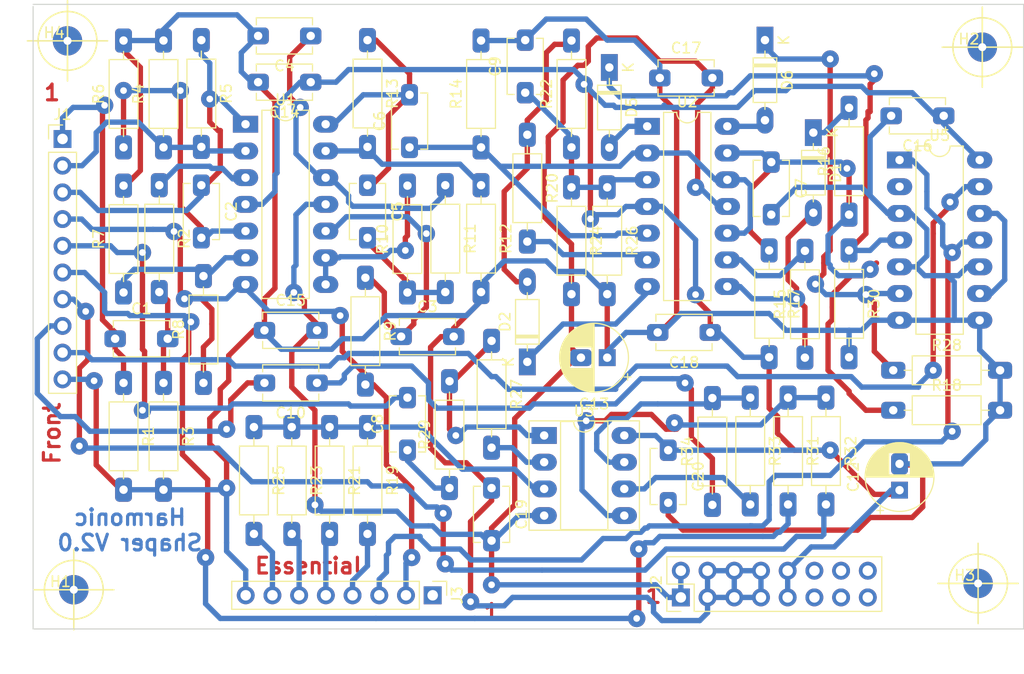
<source format=kicad_pcb>
(kicad_pcb (version 20171130) (host pcbnew "(5.0.2)-1")
  (layers (0 F.Cu signal) (31 B.Cu signal) (34 B.Paste user) (35 F.Paste user) (36 B.SilkS user) (37 F.SilkS user) (38 B.Mask user) (39 F.Mask user) (44 Edge.Cuts user))
  (net 0 "")
  (net 1 Audio_In)
  (net 2 "Net-(C1-Pad2)")
  (net 3 "Net-(C2-Pad2)")
  (net 4 Mic_SW)
  (net 5 GND)
  (net 6 "Net-(C3-Pad1)")
  (net 7 "Net-(C4-Pad1)")
  (net 8 "Net-(C5-Pad2)")
  (net 9 "Net-(C5-Pad1)")
  (net 10 "Net-(C6-Pad1)")
  (net 11 "Net-(C7-Pad1)")
  (net 12 MIX_out)
  (net 13 "Net-(C8-Pad1)")
  (net 14 "Net-(C9-Pad1)")
  (net 15 "Net-(C10-Pad1)")
  (net 16 AudioOut)
  (net 17 +12V)
  (net 18 -12V)
  (net 19 "Net-(D1-Pad2)")
  (net 20 "Net-(D1-Pad1)")
  (net 21 "Net-(D2-Pad2)")
  (net 22 "Net-(D2-Pad1)")
  (net 23 "Net-(D5-Pad1)")
  (net 24 "Net-(D5-Pad2)")
  (net 25 "Net-(D6-Pad1)")
  (net 26 "Net-(D6-Pad2)")
  (net 27 Line_SW)
  (net 28 Clean_Audio)
  (net 29 BlendClean)
  (net 30 BlendMix)
  (net 31 SUB)
  (net 32 "Net-(J2-Pad11)")
  (net 33 "Net-(J2-Pad12)")
  (net 34 "Net-(J2-Pad13)")
  (net 35 "Net-(J2-Pad14)")
  (net 36 "Net-(J2-Pad15)")
  (net 37 "Net-(J2-Pad16)")
  (net 38 "Net-(J3-Pad1)")
  (net 39 PLS)
  (net 40 A0_Out)
  (net 41 A1_Out)
  (net 42 A2_Out)
  (net 43 A3_Out)
  (net 44 "Net-(R2-Pad1)")
  (net 45 "Net-(R7-Pad1)")
  (net 46 "Net-(R10-Pad2)")
  (net 47 "Net-(R12-Pad1)")
  (net 48 "Net-(R15-Pad2)")
  (net 49 "Net-(R19-Pad1)")
  (net 50 "Net-(R20-Pad2)")
  (net 51 "Net-(R27-Pad1)")
  (net 52 "Net-(R27-Pad2)")
  (net 53 "Net-(R31-Pad1)")
  (net 54 "Net-(R33-Pad1)")
  (net 55 "Net-(R33-Pad2)")
  (net 56 "Net-(U5-Pad2)")
  (net 57 "Net-(U5-Pad12)")
  (module NilsLib:Widerstand_liegend (layer F.Cu) (at 145.6 109.4 270)
    (fp_text reference R27 (at 5.08 -2.37 270) (layer F.SilkS))
    (fp_text value 680k)
    (pad 1 thru_hole roundrect (at 0 0 270) (size 2.286 1.6) (drill 0.8) (layers *.Cu *.Mask) (net 51 "Net-(R27-Pad1)"))
    (pad 2 thru_hole roundrect (at 10.16 0 270) (size 2.286 1.6) (drill 0.8) (layers *.Cu *.Mask) (net 52 "Net-(R27-Pad2)"))
  )
  (module NilsLib:Kondensator_Keramik (layer F.Cu) (at 109.8 109.2)
    (fp_text reference C1 (at 2.5 -2.85) (layer F.SilkS))
    (fp_text value 100n)
    (pad 1 thru_hole roundrect (at 0 0) (size 2.032 1.6) (drill 0.8) (layers *.Cu *.Mask) (net 1 Audio_In))
    (pad 2 thru_hole roundrect (at 5 0) (size 2.032 1.6) (drill 0.8) (layers *.Cu *.Mask) (net 2 "Net-(C1-Pad2)"))
  )
  (module NilsLib:Kondensator_Keramik (layer F.Cu) (at 118 94.6 270)
    (fp_text reference C2 (at 2.5 -2.85 270) (layer F.SilkS))
    (fp_text value 100n)
    (pad 2 thru_hole roundrect (at 5 0 270) (size 2.032 1.6) (drill 0.8) (layers *.Cu *.Mask) (net 3 "Net-(C2-Pad2)"))
    (pad 1 thru_hole roundrect (at 0 0 270) (size 2.032 1.6) (drill 0.8) (layers *.Cu *.Mask) (net 4 Mic_SW))
  )
  (module NilsLib:Kondensator_Keramik (layer F.Cu) (at 137 109)
    (fp_text reference C3 (at 2.5 -2.85) (layer F.SilkS))
    (fp_text value 22n)
    (pad 2 thru_hole roundrect (at 5 0) (size 2.032 1.6) (drill 0.8) (layers *.Cu *.Mask) (net 5 GND))
    (pad 1 thru_hole roundrect (at 0 0) (size 2.032 1.6) (drill 0.8) (layers *.Cu *.Mask) (net 6 "Net-(C3-Pad1)"))
  )
  (module NilsLib:Kondensator_Keramik (layer F.Cu) (at 128.4 80.4 180)
    (fp_text reference C4 (at 2.5 -2.85 180) (layer F.SilkS))
    (fp_text value 22n)
    (pad 1 thru_hole roundrect (at 0 0 180) (size 2.032 1.6) (drill 0.8) (layers *.Cu *.Mask) (net 7 "Net-(C4-Pad1)"))
    (pad 2 thru_hole roundrect (at 5 0 180) (size 2.032 1.6) (drill 0.8) (layers *.Cu *.Mask) (net 5 GND))
  )
  (module NilsLib:Kondensator_Keramik (layer F.Cu) (at 133.8 94.6 270)
    (fp_text reference C5 (at 2.5 -2.85 270) (layer F.SilkS))
    (fp_text value 22n)
    (pad 2 thru_hole roundrect (at 5 0 270) (size 2.032 1.6) (drill 0.8) (layers *.Cu *.Mask) (net 8 "Net-(C5-Pad2)"))
    (pad 1 thru_hole roundrect (at 0 0 270) (size 2.032 1.6) (drill 0.8) (layers *.Cu *.Mask) (net 9 "Net-(C5-Pad1)"))
  )
  (module NilsLib:Kondensator_Keramik (layer F.Cu) (at 137.8 91 90)
    (fp_text reference C6 (at 2.5 -2.85 90) (layer F.SilkS))
    (fp_text value 22n)
    (pad 1 thru_hole roundrect (at 0 0 90) (size 2.032 1.6) (drill 0.8) (layers *.Cu *.Mask) (net 10 "Net-(C6-Pad1)"))
    (pad 2 thru_hole roundrect (at 5 0 90) (size 2.032 1.6) (drill 0.8) (layers *.Cu *.Mask) (net 9 "Net-(C5-Pad1)"))
  )
  (module NilsLib:Kondensator_Keramik (layer F.Cu) (at 172.2 92.4 270)
    (fp_text reference C7 (at 2.5 -2.85 270) (layer F.SilkS))
    (fp_text value 100n)
    (pad 1 thru_hole roundrect (at 0 0 270) (size 2.032 1.6) (drill 0.8) (layers *.Cu *.Mask) (net 11 "Net-(C7-Pad1)"))
    (pad 2 thru_hole roundrect (at 5 0 270) (size 2.032 1.6) (drill 0.8) (layers *.Cu *.Mask) (net 5 GND))
  )
  (module NilsLib:Kondensator_Keramik (layer F.Cu) (at 137.6 119.8 90)
    (fp_text reference C8 (at 2.5 -2.85 90) (layer F.SilkS))
    (fp_text value 2.2u)
    (pad 2 thru_hole roundrect (at 5 0 90) (size 2.032 1.6) (drill 0.8) (layers *.Cu *.Mask) (net 12 MIX_out))
    (pad 1 thru_hole roundrect (at 0 0 90) (size 2.032 1.6) (drill 0.8) (layers *.Cu *.Mask) (net 13 "Net-(C8-Pad1)"))
  )
  (module NilsLib:Kondensator_Keramik (layer F.Cu) (at 148.8 85.8 90)
    (fp_text reference C9 (at 2.5 -2.85 90) (layer F.SilkS))
    (fp_text value 100n)
    (pad 1 thru_hole roundrect (at 0 0 90) (size 2.032 1.6) (drill 0.8) (layers *.Cu *.Mask) (net 14 "Net-(C9-Pad1)"))
    (pad 2 thru_hole roundrect (at 5 0 90) (size 2.032 1.6) (drill 0.8) (layers *.Cu *.Mask) (net 5 GND))
  )
  (module NilsLib:Kondensator_Keramik (layer F.Cu) (at 129 113.4 180)
    (fp_text reference C10 (at 2.5 -2.85 180) (layer F.SilkS))
    (fp_text value 2.2u)
    (pad 1 thru_hole roundrect (at 0 0 180) (size 2.032 1.6) (drill 0.8) (layers *.Cu *.Mask) (net 15 "Net-(C10-Pad1)"))
    (pad 2 thru_hole roundrect (at 5 0 180) (size 2.032 1.6) (drill 0.8) (layers *.Cu *.Mask) (net 16 AudioOut))
  )
  (module NilsLib:Elko_D6.3mm_P2.50mm (layer F.Cu) (at 184.4 123.6 90)
    (fp_text reference C12 (at 1.25 -4.4 90) (layer F.SilkS))
    (fp_text value 33u)
    (pad 1 thru_hole rect (at 0 0 90) (size 1.6 1.6) (drill 0.8) (layers *.Cu *.Mask) (net 17 +12V))
    (pad 2 thru_hole roundrect (at 2.5 0 90) (size 2.032 1.6) (drill 0.8) (layers *.Cu *.Mask) (net 5 GND))
  )
  (module NilsLib:Elko_D6.3mm_P2.50mm (layer F.Cu) (at 156.6 111 180)
    (fp_text reference C13 (at 1.25 -4.4 180) (layer F.SilkS))
    (fp_text value 33u)
    (pad 2 thru_hole roundrect (at 2.5 0 180) (size 2.032 1.6) (drill 0.8) (layers *.Cu *.Mask) (net 18 -12V))
    (pad 1 thru_hole rect (at 0 0 180) (size 1.6 1.6) (drill 0.8) (layers *.Cu *.Mask) (net 5 GND))
  )
  (module NilsLib:Kondensator_Keramik (layer F.Cu) (at 128.4 84.8 180)
    (fp_text reference C14 (at 2.5 -2.85 180) (layer F.SilkS))
    (fp_text value 100n)
    (pad 2 thru_hole roundrect (at 5 0 180) (size 2.032 1.6) (drill 0.8) (layers *.Cu *.Mask) (net 5 GND))
    (pad 1 thru_hole roundrect (at 0 0 180) (size 2.032 1.6) (drill 0.8) (layers *.Cu *.Mask) (net 17 +12V))
  )
  (module NilsLib:Kondensator_Keramik (layer F.Cu) (at 124 108.4)
    (fp_text reference C15 (at 2.5 -2.85) (layer F.SilkS))
    (fp_text value 100n)
    (pad 1 thru_hole roundrect (at 0 0) (size 2.032 1.6) (drill 0.8) (layers *.Cu *.Mask) (net 5 GND))
    (pad 2 thru_hole roundrect (at 5 0) (size 2.032 1.6) (drill 0.8) (layers *.Cu *.Mask) (net 18 -12V))
  )
  (module NilsLib:Kondensator_Keramik (layer F.Cu) (at 188.6 88 180)
    (fp_text reference C16 (at 2.5 -2.85 180) (layer F.SilkS))
    (fp_text value 100n)
    (pad 2 thru_hole roundrect (at 5 0 180) (size 2.032 1.6) (drill 0.8) (layers *.Cu *.Mask) (net 5 GND))
    (pad 1 thru_hole roundrect (at 0 0 180) (size 2.032 1.6) (drill 0.8) (layers *.Cu *.Mask) (net 17 +12V))
  )
  (module NilsLib:Kondensator_Keramik (layer F.Cu) (at 161.6 84.4)
    (fp_text reference C17 (at 2.5 -2.85) (layer F.SilkS))
    (fp_text value 100n)
    (pad 1 thru_hole roundrect (at 0 0) (size 2.032 1.6) (drill 0.8) (layers *.Cu *.Mask) (net 5 GND))
    (pad 2 thru_hole roundrect (at 5 0) (size 2.032 1.6) (drill 0.8) (layers *.Cu *.Mask) (net 18 -12V))
  )
  (module NilsLib:Kondensator_Keramik (layer F.Cu) (at 166.4 108.6 180)
    (fp_text reference C18 (at 2.5 -2.85 180) (layer F.SilkS))
    (fp_text value 100n)
    (pad 1 thru_hole roundrect (at 0 0 180) (size 2.032 1.6) (drill 0.8) (layers *.Cu *.Mask) (net 17 +12V))
    (pad 2 thru_hole roundrect (at 5 0 180) (size 2.032 1.6) (drill 0.8) (layers *.Cu *.Mask) (net 5 GND))
  )
  (module NilsLib:Kondensator_Keramik (layer F.Cu) (at 145.6 123.4 270)
    (fp_text reference C19 (at 2.5 -2.85 270) (layer F.SilkS))
    (fp_text value 100n)
    (pad 2 thru_hole roundrect (at 5 0 270) (size 2.032 1.6) (drill 0.8) (layers *.Cu *.Mask) (net 18 -12V))
    (pad 1 thru_hole roundrect (at 0 0 270) (size 2.032 1.6) (drill 0.8) (layers *.Cu *.Mask) (net 5 GND))
  )
  (module NilsLib:Kondensator_Keramik (layer F.Cu) (at 162.4 119.8 270)
    (fp_text reference C20 (at 2.5 -2.85 270) (layer F.SilkS))
    (fp_text value 100n)
    (pad 2 thru_hole roundrect (at 5 0 270) (size 2.032 1.6) (drill 0.8) (layers *.Cu *.Mask) (net 5 GND))
    (pad 1 thru_hole roundrect (at 0 0 270) (size 2.032 1.6) (drill 0.8) (layers *.Cu *.Mask) (net 17 +12V))
  )
  (module NilsLib:Diode_Horizontal (layer F.Cu) (at 176.2 89.6 270)
    (fp_text reference D1 (at 3.81 -2.12 270) (layer F.SilkS))
    (fp_text value 1N4148)
    (fp_text user K (at 0 -1.8 270) (layer F.SilkS))
    (pad 2 thru_hole oval (at 7.62 0 270) (size 2.54 1.6) (drill 0.8) (layers *.Cu *.Mask) (net 19 "Net-(D1-Pad2)"))
    (pad 1 thru_hole rect (at 0 0 270) (size 2.54 1.6) (drill 0.8) (layers *.Cu *.Mask) (net 20 "Net-(D1-Pad1)"))
  )
  (module NilsLib:Diode_Horizontal (layer F.Cu) (at 149 111.4 90)
    (fp_text reference D2 (at 3.81 -2.12 90) (layer F.SilkS))
    (fp_text value 1N4148)
    (fp_text user K (at 0 -1.8 90) (layer F.SilkS))
    (pad 2 thru_hole oval (at 7.62 0 90) (size 2.54 1.6) (drill 0.8) (layers *.Cu *.Mask) (net 21 "Net-(D2-Pad2)"))
    (pad 1 thru_hole rect (at 0 0 90) (size 2.54 1.6) (drill 0.8) (layers *.Cu *.Mask) (net 22 "Net-(D2-Pad1)"))
  )
  (module NilsLib:Diode_Horizontal (layer F.Cu) (at 156.8 83.4 270)
    (fp_text reference D5 (at 3.81 -2.12 270) (layer F.SilkS))
    (fp_text value 1N4148)
    (fp_text user K (at 0 -1.8 270) (layer F.SilkS))
    (pad 1 thru_hole rect (at 0 0 270) (size 2.54 1.6) (drill 0.8) (layers *.Cu *.Mask) (net 23 "Net-(D5-Pad1)"))
    (pad 2 thru_hole oval (at 7.62 0 270) (size 2.54 1.6) (drill 0.8) (layers *.Cu *.Mask) (net 24 "Net-(D5-Pad2)"))
  )
  (module NilsLib:Diode_Horizontal (layer F.Cu) (at 171.6 80.8 270)
    (fp_text reference D6 (at 3.81 -2.12 270) (layer F.SilkS))
    (fp_text value 1N4148)
    (fp_text user K (at 0 -1.8 270) (layer F.SilkS))
    (pad 1 thru_hole rect (at 0 0 270) (size 2.54 1.6) (drill 0.8) (layers *.Cu *.Mask) (net 25 "Net-(D6-Pad1)"))
    (pad 2 thru_hole oval (at 7.62 0 270) (size 2.54 1.6) (drill 0.8) (layers *.Cu *.Mask) (net 26 "Net-(D6-Pad2)"))
  )
  (module NilsLib:MountHole (layer F.Cu) (at 104.6 131.8)
    (fp_text reference H1 (at 0 0.5) (layer F.SilkS))
    (fp_text value MountingHole)
    (pad 1 thru_hole circle (at 1.27 1.27) (size 2.794 2.794) (drill 0.762) (layers *.Cu *.Mask))
  )
  (module NilsLib:MountHole (layer F.Cu) (at 191 80.2)
    (fp_text reference H2 (at 0 0.5) (layer F.SilkS))
    (fp_text value MountingHole)
    (pad 1 thru_hole circle (at 1.27 1.27) (size 2.794 2.794) (drill 0.762) (layers *.Cu *.Mask))
  )
  (module NilsLib:MountHole (layer F.Cu) (at 190.6 131.2)
    (fp_text reference H3 (at 0 0.5) (layer F.SilkS))
    (fp_text value MountingHole)
    (pad 1 thru_hole circle (at 1.27 1.27) (size 2.794 2.794) (drill 0.762) (layers *.Cu *.Mask))
  )
  (module NilsLib:MountHole (layer F.Cu) (at 104 79.6)
    (fp_text reference H4 (at 0 0.5) (layer F.SilkS))
    (fp_text value MountingHole)
    (pad 1 thru_hole circle (at 1.27 1.27) (size 2.794 2.794) (drill 0.762) (layers *.Cu *.Mask))
  )
  (module Connector_PinHeader_2.54mm:PinHeader_1x10_P2.54mm_Vertical (layer F.Cu) (at 104.8 90.2)
    (fp_text reference J1 (at 0 -2.33) (layer F.SilkS))
    (fp_text value ToFrontPanel)
    (pad 1 thru_hole rect (at 0 0) (size 1.7 1.7) (drill 1) (layers *.Cu *.Mask) (net 1 Audio_In))
    (pad 2 thru_hole oval (at 0 2.54) (size 1.7 1.7) (drill 1) (layers *.Cu *.Mask) (net 27 Line_SW))
    (pad 3 thru_hole oval (at 0 5.08) (size 1.7 1.7) (drill 1) (layers *.Cu *.Mask) (net 4 Mic_SW))
    (pad 4 thru_hole oval (at 0 7.62) (size 1.7 1.7) (drill 1) (layers *.Cu *.Mask) (net 28 Clean_Audio))
    (pad 5 thru_hole oval (at 0 10.16) (size 1.7 1.7) (drill 1) (layers *.Cu *.Mask) (net 12 MIX_out))
    (pad 6 thru_hole oval (at 0 12.7) (size 1.7 1.7) (drill 1) (layers *.Cu *.Mask) (net 29 BlendClean))
    (pad 7 thru_hole oval (at 0 15.24) (size 1.7 1.7) (drill 1) (layers *.Cu *.Mask) (net 30 BlendMix))
    (pad 8 thru_hole oval (at 0 17.78) (size 1.7 1.7) (drill 1) (layers *.Cu *.Mask) (net 16 AudioOut))
    (pad 9 thru_hole oval (at 0 20.32) (size 1.7 1.7) (drill 1) (layers *.Cu *.Mask) (net 31 SUB))
    (pad 10 thru_hole oval (at 0 22.86) (size 1.7 1.7) (drill 1) (layers *.Cu *.Mask) (net 5 GND))
  )
  (module Connector_PinHeader_2.54mm:PinHeader_2x08_P2.54mm_Vertical (layer F.Cu) (at 163.6 133.8 90)
    (fp_text reference J2 (at 1.27 -2.33 90) (layer F.SilkS))
    (fp_text value Conn_02x08_Odd_Even)
    (pad 1 thru_hole rect (at 0 0 90) (size 1.7 1.7) (drill 1) (layers *.Cu *.Mask) (net 18 -12V))
    (pad 2 thru_hole oval (at 2.54 0 90) (size 1.7 1.7) (drill 1) (layers *.Cu *.Mask) (net 18 -12V))
    (pad 3 thru_hole oval (at 0 2.54 90) (size 1.7 1.7) (drill 1) (layers *.Cu *.Mask) (net 5 GND))
    (pad 4 thru_hole oval (at 2.54 2.54 90) (size 1.7 1.7) (drill 1) (layers *.Cu *.Mask) (net 5 GND))
    (pad 5 thru_hole oval (at 0 5.08 90) (size 1.7 1.7) (drill 1) (layers *.Cu *.Mask) (net 5 GND))
    (pad 6 thru_hole oval (at 2.54 5.08 90) (size 1.7 1.7) (drill 1) (layers *.Cu *.Mask) (net 5 GND))
    (pad 7 thru_hole oval (at 0 7.62 90) (size 1.7 1.7) (drill 1) (layers *.Cu *.Mask) (net 5 GND))
    (pad 8 thru_hole oval (at 2.54 7.62 90) (size 1.7 1.7) (drill 1) (layers *.Cu *.Mask) (net 5 GND))
    (pad 9 thru_hole oval (at 0 10.16 90) (size 1.7 1.7) (drill 1) (layers *.Cu *.Mask) (net 17 +12V))
    (pad 10 thru_hole oval (at 2.54 10.16 90) (size 1.7 1.7) (drill 1) (layers *.Cu *.Mask) (net 17 +12V))
    (pad 11 thru_hole oval (at 0 12.7 90) (size 1.7 1.7) (drill 1) (layers *.Cu *.Mask) (net 32 "Net-(J2-Pad11)"))
    (pad 12 thru_hole oval (at 2.54 12.7 90) (size 1.7 1.7) (drill 1) (layers *.Cu *.Mask) (net 33 "Net-(J2-Pad12)"))
    (pad 13 thru_hole oval (at 0 15.24 90) (size 1.7 1.7) (drill 1) (layers *.Cu *.Mask) (net 34 "Net-(J2-Pad13)"))
    (pad 14 thru_hole oval (at 2.54 15.24 90) (size 1.7 1.7) (drill 1) (layers *.Cu *.Mask) (net 35 "Net-(J2-Pad14)"))
    (pad 15 thru_hole oval (at 0 17.78 90) (size 1.7 1.7) (drill 1) (layers *.Cu *.Mask) (net 36 "Net-(J2-Pad15)"))
    (pad 16 thru_hole oval (at 2.54 17.78 90) (size 1.7 1.7) (drill 1) (layers *.Cu *.Mask) (net 37 "Net-(J2-Pad16)"))
  )
  (module Connector_PinHeader_2.54mm:PinHeader_1x08_P2.54mm_Vertical (layer F.Cu) (at 140 133.6 270)
    (fp_text reference J3 (at 0 -2.33 270) (layer F.SilkS))
    (fp_text value ToEssential)
    (pad 1 thru_hole rect (at 0 0 270) (size 1.7 1.7) (drill 1) (layers *.Cu *.Mask) (net 38 "Net-(J3-Pad1)"))
    (pad 2 thru_hole oval (at 0 2.54 270) (size 1.7 1.7) (drill 1) (layers *.Cu *.Mask) (net 28 Clean_Audio))
    (pad 3 thru_hole oval (at 0 5.08 270) (size 1.7 1.7) (drill 1) (layers *.Cu *.Mask) (net 39 PLS))
    (pad 4 thru_hole oval (at 0 7.62 270) (size 1.7 1.7) (drill 1) (layers *.Cu *.Mask) (net 40 A0_Out))
    (pad 5 thru_hole oval (at 0 10.16 270) (size 1.7 1.7) (drill 1) (layers *.Cu *.Mask) (net 41 A1_Out))
    (pad 6 thru_hole oval (at 0 12.7 270) (size 1.7 1.7) (drill 1) (layers *.Cu *.Mask) (net 42 A2_Out))
    (pad 7 thru_hole oval (at 0 15.24 270) (size 1.7 1.7) (drill 1) (layers *.Cu *.Mask) (net 43 A3_Out))
    (pad 8 thru_hole oval (at 0 17.78 270) (size 1.7 1.7) (drill 1) (layers *.Cu *.Mask) (net 5 GND))
  )
  (module NilsLib:Widerstand_liegend (layer F.Cu) (at 110.6 113.4 270)
    (fp_text reference R1 (at 5.08 -2.37 270) (layer F.SilkS))
    (fp_text value 15k)
    (pad 1 thru_hole roundrect (at 0 0 270) (size 2.286 1.6) (drill 0.8) (layers *.Cu *.Mask) (net 1 Audio_In))
    (pad 2 thru_hole roundrect (at 10.16 0 270) (size 2.286 1.6) (drill 0.8) (layers *.Cu *.Mask) (net 5 GND))
  )
  (module NilsLib:Widerstand_liegend (layer F.Cu) (at 114 94.6 270)
    (fp_text reference R2 (at 5.08 -2.37 270) (layer F.SilkS))
    (fp_text value 30k)
    (pad 1 thru_hole roundrect (at 0 0 270) (size 2.286 1.6) (drill 0.8) (layers *.Cu *.Mask) (net 44 "Net-(R2-Pad1)"))
    (pad 2 thru_hole roundrect (at 10.16 0 270) (size 2.286 1.6) (drill 0.8) (layers *.Cu *.Mask) (net 2 "Net-(C1-Pad2)"))
  )
  (module NilsLib:Widerstand_liegend (layer F.Cu) (at 114.4 113.4 270)
    (fp_text reference R3 (at 5.08 -2.37 270) (layer F.SilkS))
    (fp_text value 1M)
    (pad 1 thru_hole roundrect (at 0 0 270) (size 2.286 1.6) (drill 0.8) (layers *.Cu *.Mask) (net 2 "Net-(C1-Pad2)"))
    (pad 2 thru_hole roundrect (at 10.16 0 270) (size 2.286 1.6) (drill 0.8) (layers *.Cu *.Mask) (net 5 GND))
  )
  (module NilsLib:Widerstand_liegend (layer F.Cu) (at 114.4 91 90)
    (fp_text reference R4 (at 5.08 -2.37 90) (layer F.SilkS))
    (fp_text value 100k)
    (pad 1 thru_hole roundrect (at 0 0 90) (size 2.286 1.6) (drill 0.8) (layers *.Cu *.Mask) (net 27 Line_SW))
    (pad 2 thru_hole roundrect (at 10.16 0 90) (size 2.286 1.6) (drill 0.8) (layers *.Cu *.Mask) (net 5 GND))
  )
  (module NilsLib:Widerstand_liegend (layer F.Cu) (at 118 80.8 270)
    (fp_text reference R5 (at 5.08 -2.37 270) (layer F.SilkS))
    (fp_text value 100k)
    (pad 2 thru_hole roundrect (at 10.16 0 270) (size 2.286 1.6) (drill 0.8) (layers *.Cu *.Mask) (net 27 Line_SW))
    (pad 1 thru_hole roundrect (at 0 0 270) (size 2.286 1.6) (drill 0.8) (layers *.Cu *.Mask) (net 4 Mic_SW))
  )
  (module NilsLib:Widerstand_liegend (layer F.Cu) (at 110.6 91 90)
    (fp_text reference R6 (at 5.08 -2.37 90) (layer F.SilkS))
    (fp_text value 1M)
    (pad 1 thru_hole roundrect (at 0 0 90) (size 2.286 1.6) (drill 0.8) (layers *.Cu *.Mask) (net 3 "Net-(C2-Pad2)"))
    (pad 2 thru_hole roundrect (at 10.16 0 90) (size 2.286 1.6) (drill 0.8) (layers *.Cu *.Mask) (net 5 GND))
  )
  (module NilsLib:Widerstand_liegend (layer F.Cu) (at 110.6 104.8 90)
    (fp_text reference R7 (at 5.08 -2.37 90) (layer F.SilkS))
    (fp_text value 6.8k)
    (pad 1 thru_hole roundrect (at 0 0 90) (size 2.286 1.6) (drill 0.8) (layers *.Cu *.Mask) (net 45 "Net-(R7-Pad1)"))
    (pad 2 thru_hole roundrect (at 10.16 0 90) (size 2.286 1.6) (drill 0.8) (layers *.Cu *.Mask) (net 5 GND))
  )
  (module NilsLib:Widerstand_liegend (layer F.Cu) (at 118.2 113.4 90)
    (fp_text reference R8 (at 5.08 -2.37 90) (layer F.SilkS))
    (fp_text value 33k)
    (pad 2 thru_hole roundrect (at 10.16 0 90) (size 2.286 1.6) (drill 0.8) (layers *.Cu *.Mask) (net 45 "Net-(R7-Pad1)"))
    (pad 1 thru_hole roundrect (at 0 0 90) (size 2.286 1.6) (drill 0.8) (layers *.Cu *.Mask) (net 28 Clean_Audio))
  )
  (module NilsLib:Widerstand_liegend (layer F.Cu) (at 133.6 103.4 270)
    (fp_text reference R9 (at 5.08 -2.37 270) (layer F.SilkS))
    (fp_text value 10k)
    (pad 2 thru_hole roundrect (at 10.16 0 270) (size 2.286 1.6) (drill 0.8) (layers *.Cu *.Mask) (net 28 Clean_Audio))
    (pad 1 thru_hole roundrect (at 0 0 270) (size 2.286 1.6) (drill 0.8) (layers *.Cu *.Mask) (net 6 "Net-(C3-Pad1)"))
  )
  (module NilsLib:Widerstand_liegend (layer F.Cu) (at 137.6 104.8 90)
    (fp_text reference R10 (at 5.08 -2.37 90) (layer F.SilkS))
    (fp_text value 10k)
    (pad 2 thru_hole roundrect (at 10.16 0 90) (size 2.286 1.6) (drill 0.8) (layers *.Cu *.Mask) (net 46 "Net-(R10-Pad2)"))
    (pad 1 thru_hole roundrect (at 0 0 90) (size 2.286 1.6) (drill 0.8) (layers *.Cu *.Mask) (net 8 "Net-(C5-Pad2)"))
  )
  (module NilsLib:Widerstand_liegend (layer F.Cu) (at 141.2 94.6 270)
    (fp_text reference R11 (at 5.08 -2.37 270) (layer F.SilkS))
    (fp_text value 10k)
    (pad 2 thru_hole roundrect (at 10.16 0 270) (size 2.286 1.6) (drill 0.8) (layers *.Cu *.Mask) (net 8 "Net-(C5-Pad2)"))
    (pad 1 thru_hole roundrect (at 0 0 270) (size 2.286 1.6) (drill 0.8) (layers *.Cu *.Mask) (net 7 "Net-(C4-Pad1)"))
  )
  (module NilsLib:Widerstand_liegend (layer F.Cu) (at 144.6 94.6 270)
    (fp_text reference R12 (at 5.08 -2.37 270) (layer F.SilkS))
    (fp_text value 10k)
    (pad 2 thru_hole roundrect (at 10.16 0 270) (size 2.286 1.6) (drill 0.8) (layers *.Cu *.Mask) (net 5 GND))
    (pad 1 thru_hole roundrect (at 0 0 270) (size 2.286 1.6) (drill 0.8) (layers *.Cu *.Mask) (net 47 "Net-(R12-Pad1)"))
  )
  (module NilsLib:Widerstand_liegend (layer F.Cu) (at 133.8 80.8 270)
    (fp_text reference R13 (at 5.08 -2.37 270) (layer F.SilkS))
    (fp_text value 15k)
    (pad 2 thru_hole roundrect (at 10.16 0 270) (size 2.286 1.6) (drill 0.8) (layers *.Cu *.Mask) (net 47 "Net-(R12-Pad1)"))
    (pad 1 thru_hole roundrect (at 0 0 270) (size 2.286 1.6) (drill 0.8) (layers *.Cu *.Mask) (net 9 "Net-(C5-Pad1)"))
  )
  (module NilsLib:Widerstand_liegend (layer F.Cu) (at 144.6 91 90)
    (fp_text reference R14 (at 5.08 -2.37 90) (layer F.SilkS))
    (fp_text value 1M)
    (pad 1 thru_hole roundrect (at 0 0 90) (size 2.286 1.6) (drill 0.8) (layers *.Cu *.Mask) (net 10 "Net-(C6-Pad1)"))
    (pad 2 thru_hole roundrect (at 10.16 0 90) (size 2.286 1.6) (drill 0.8) (layers *.Cu *.Mask) (net 5 GND))
  )
  (module NilsLib:Widerstand_liegend (layer F.Cu) (at 175.4 111 90)
    (fp_text reference R15 (at 5.08 -2.37 90) (layer F.SilkS))
    (fp_text value 10k)
    (pad 1 thru_hole roundrect (at 0 0 90) (size 2.286 1.6) (drill 0.8) (layers *.Cu *.Mask) (net 19 "Net-(D1-Pad2)"))
    (pad 2 thru_hole roundrect (at 10.16 0 90) (size 2.286 1.6) (drill 0.8) (layers *.Cu *.Mask) (net 48 "Net-(R15-Pad2)"))
  )
  (module NilsLib:Widerstand_liegend (layer F.Cu) (at 179.6 97.4 90)
    (fp_text reference R16 (at 5.08 -2.37 90) (layer F.SilkS))
    (fp_text value 3k)
    (pad 2 thru_hole roundrect (at 10.16 0 90) (size 2.286 1.6) (drill 0.8) (layers *.Cu *.Mask) (net 20 "Net-(D1-Pad1)"))
    (pad 1 thru_hole roundrect (at 0 0 90) (size 2.286 1.6) (drill 0.8) (layers *.Cu *.Mask) (net 11 "Net-(C7-Pad1)"))
  )
  (module NilsLib:Widerstand_liegend (layer F.Cu) (at 172 100.8 270)
    (fp_text reference R17 (at 5.08 -2.37 270) (layer F.SilkS))
    (fp_text value 10M)
    (pad 1 thru_hole roundrect (at 0 0 270) (size 2.286 1.6) (drill 0.8) (layers *.Cu *.Mask) (net 11 "Net-(C7-Pad1)"))
    (pad 2 thru_hole roundrect (at 10.16 0 270) (size 2.286 1.6) (drill 0.8) (layers *.Cu *.Mask) (net 17 +12V))
  )
  (module NilsLib:Widerstand_liegend (layer F.Cu) (at 183.8 116)
    (fp_text reference R18 (at 5.08 -2.37) (layer F.SilkS))
    (fp_text value 100k)
    (pad 2 thru_hole roundrect (at 10.16 0) (size 2.286 1.6) (drill 0.8) (layers *.Cu *.Mask) (net 5 GND))
    (pad 1 thru_hole roundrect (at 0 0) (size 2.286 1.6) (drill 0.8) (layers *.Cu *.Mask) (net 11 "Net-(C7-Pad1)"))
  )
  (module NilsLib:Widerstand_liegend (layer F.Cu) (at 133.8 117.6 270)
    (fp_text reference R19 (at 5.08 -2.37 270) (layer F.SilkS))
    (fp_text value 470k)
    (pad 2 thru_hole roundrect (at 10.16 0 270) (size 2.286 1.6) (drill 0.8) (layers *.Cu *.Mask) (net 40 A0_Out))
    (pad 1 thru_hole roundrect (at 0 0 270) (size 2.286 1.6) (drill 0.8) (layers *.Cu *.Mask) (net 49 "Net-(R19-Pad1)"))
  )
  (module NilsLib:Widerstand_liegend (layer F.Cu) (at 149 89.8 270)
    (fp_text reference R20 (at 5.08 -2.37 270) (layer F.SilkS))
    (fp_text value 10k)
    (pad 1 thru_hole roundrect (at 0 0 270) (size 2.286 1.6) (drill 0.8) (layers *.Cu *.Mask) (net 21 "Net-(D2-Pad2)"))
    (pad 2 thru_hole roundrect (at 10.16 0 270) (size 2.286 1.6) (drill 0.8) (layers *.Cu *.Mask) (net 50 "Net-(R20-Pad2)"))
  )
  (module NilsLib:Widerstand_liegend (layer F.Cu) (at 130.2 117.6 270)
    (fp_text reference R21 (at 5.08 -2.37 270) (layer F.SilkS))
    (fp_text value 470k)
    (pad 2 thru_hole roundrect (at 10.16 0 270) (size 2.286 1.6) (drill 0.8) (layers *.Cu *.Mask) (net 41 A1_Out))
    (pad 1 thru_hole roundrect (at 0 0 270) (size 2.286 1.6) (drill 0.8) (layers *.Cu *.Mask) (net 49 "Net-(R19-Pad1)"))
  )
  (module NilsLib:Widerstand_liegend (layer F.Cu) (at 153.2 91 90)
    (fp_text reference R22 (at 5.08 -2.37 90) (layer F.SilkS))
    (fp_text value 3k)
    (pad 2 thru_hole roundrect (at 10.16 0 90) (size 2.286 1.6) (drill 0.8) (layers *.Cu *.Mask) (net 21 "Net-(D2-Pad2)"))
    (pad 1 thru_hole roundrect (at 0 0 90) (size 2.286 1.6) (drill 0.8) (layers *.Cu *.Mask) (net 14 "Net-(C9-Pad1)"))
  )
  (module NilsLib:Widerstand_liegend (layer F.Cu) (at 126.6 117.6 270)
    (fp_text reference R23 (at 5.08 -2.37 270) (layer F.SilkS))
    (fp_text value 470k)
    (pad 1 thru_hole roundrect (at 0 0 270) (size 2.286 1.6) (drill 0.8) (layers *.Cu *.Mask) (net 49 "Net-(R19-Pad1)"))
    (pad 2 thru_hole roundrect (at 10.16 0 270) (size 2.286 1.6) (drill 0.8) (layers *.Cu *.Mask) (net 42 A2_Out))
  )
  (module NilsLib:Widerstand_liegend (layer F.Cu) (at 153.2 94.8 270)
    (fp_text reference R24 (at 5.08 -2.37 270) (layer F.SilkS))
    (fp_text value 10M)
    (pad 2 thru_hole roundrect (at 10.16 0 270) (size 2.286 1.6) (drill 0.8) (layers *.Cu *.Mask) (net 18 -12V))
    (pad 1 thru_hole roundrect (at 0 0 270) (size 2.286 1.6) (drill 0.8) (layers *.Cu *.Mask) (net 14 "Net-(C9-Pad1)"))
  )
  (module NilsLib:Widerstand_liegend (layer F.Cu) (at 123 117.6 270)
    (fp_text reference R25 (at 5.08 -2.37 270) (layer F.SilkS))
    (fp_text value 470k)
    (pad 2 thru_hole roundrect (at 10.16 0 270) (size 2.286 1.6) (drill 0.8) (layers *.Cu *.Mask) (net 43 A3_Out))
    (pad 1 thru_hole roundrect (at 0 0 270) (size 2.286 1.6) (drill 0.8) (layers *.Cu *.Mask) (net 49 "Net-(R19-Pad1)"))
  )
  (module NilsLib:Widerstand_liegend (layer F.Cu) (at 156.6 94.8 270)
    (fp_text reference R26 (at 5.08 -2.37 270) (layer F.SilkS))
    (fp_text value 100k)
    (pad 1 thru_hole roundrect (at 0 0 270) (size 2.286 1.6) (drill 0.8) (layers *.Cu *.Mask) (net 14 "Net-(C9-Pad1)"))
    (pad 2 thru_hole roundrect (at 10.16 0 270) (size 2.286 1.6) (drill 0.8) (layers *.Cu *.Mask) (net 5 GND))
  )
  (module NilsLib:Widerstand_liegend (layer F.Cu) (at 183.8 112.2)
    (fp_text reference R28 (at 5.08 -2.37) (layer F.SilkS))
    (fp_text value 100k)
    (pad 1 thru_hole roundrect (at 0 0) (size 2.286 1.6) (drill 0.8) (layers *.Cu *.Mask) (net 25 "Net-(D6-Pad1)"))
    (pad 2 thru_hole roundrect (at 10.16 0) (size 2.286 1.6) (drill 0.8) (layers *.Cu *.Mask) (net 5 GND))
  )
  (module NilsLib:Widerstand_liegend (layer F.Cu) (at 141.6 123.4 90)
    (fp_text reference R29 (at 5.08 -2.37 90) (layer F.SilkS))
    (fp_text value 1k)
    (pad 1 thru_hole roundrect (at 0 0 90) (size 2.286 1.6) (drill 0.8) (layers *.Cu *.Mask) (net 13 "Net-(C8-Pad1)"))
    (pad 2 thru_hole roundrect (at 10.16 0 90) (size 2.286 1.6) (drill 0.8) (layers *.Cu *.Mask) (net 51 "Net-(R27-Pad1)"))
  )
  (module NilsLib:Widerstand_liegend (layer F.Cu) (at 179.6 100.8 270)
    (fp_text reference R30 (at 5.08 -2.37 270) (layer F.SilkS))
    (fp_text value 100k)
    (pad 2 thru_hole roundrect (at 10.16 0 270) (size 2.286 1.6) (drill 0.8) (layers *.Cu *.Mask) (net 5 GND))
    (pad 1 thru_hole roundrect (at 0 0 270) (size 2.286 1.6) (drill 0.8) (layers *.Cu *.Mask) (net 23 "Net-(D5-Pad1)"))
  )
  (module NilsLib:Widerstand_liegend (layer F.Cu) (at 173.8 114.8 270)
    (fp_text reference R31 (at 5.08 -2.37 270) (layer F.SilkS))
    (fp_text value 100k)
    (pad 2 thru_hole roundrect (at 10.16 0 270) (size 2.286 1.6) (drill 0.8) (layers *.Cu *.Mask) (net 29 BlendClean))
    (pad 1 thru_hole roundrect (at 0 0 270) (size 2.286 1.6) (drill 0.8) (layers *.Cu *.Mask) (net 53 "Net-(R31-Pad1)"))
  )
  (module NilsLib:Widerstand_liegend (layer F.Cu) (at 177.4 114.8 270)
    (fp_text reference R32 (at 5.08 -2.37 270) (layer F.SilkS))
    (fp_text value 100k)
    (pad 2 thru_hole roundrect (at 10.16 0 270) (size 2.286 1.6) (drill 0.8) (layers *.Cu *.Mask) (net 30 BlendMix))
    (pad 1 thru_hole roundrect (at 0 0 270) (size 2.286 1.6) (drill 0.8) (layers *.Cu *.Mask) (net 53 "Net-(R31-Pad1)"))
  )
  (module NilsLib:Widerstand_liegend (layer F.Cu) (at 170.2 114.8 270)
    (fp_text reference R33 (at 5.08 -2.37 270) (layer F.SilkS))
    (fp_text value 330k)
    (pad 1 thru_hole roundrect (at 0 0 270) (size 2.286 1.6) (drill 0.8) (layers *.Cu *.Mask) (net 54 "Net-(R33-Pad1)"))
    (pad 2 thru_hole roundrect (at 10.16 0 270) (size 2.286 1.6) (drill 0.8) (layers *.Cu *.Mask) (net 55 "Net-(R33-Pad2)"))
  )
  (module NilsLib:Widerstand_liegend (layer F.Cu) (at 166.6 125 90)
    (fp_text reference R34 (at 5.08 -2.37 90) (layer F.SilkS))
    (fp_text value 1k)
    (pad 1 thru_hole roundrect (at 0 0 90) (size 2.286 1.6) (drill 0.8) (layers *.Cu *.Mask) (net 15 "Net-(C10-Pad1)"))
    (pad 2 thru_hole roundrect (at 10.16 0 90) (size 2.286 1.6) (drill 0.8) (layers *.Cu *.Mask) (net 54 "Net-(R33-Pad1)"))
  )
  (module Package_DIP:DIP-14_W7.62mm_LongPads (layer F.Cu) (at 122.2 88.8)
    (fp_text reference U1 (at 3.81 -2.33) (layer F.SilkS))
    (fp_text value TL074)
    (pad 14 thru_hole oval (at 7.62 0) (size 2.4 1.6) (drill 0.8) (layers *.Cu *.Mask) (net 9 "Net-(C5-Pad1)"))
    (pad 7 thru_hole oval (at 0 15.24) (size 2.4 1.6) (drill 0.8) (layers *.Cu *.Mask) (net 28 Clean_Audio))
    (pad 13 thru_hole oval (at 7.62 2.54) (size 2.4 1.6) (drill 0.8) (layers *.Cu *.Mask) (net 47 "Net-(R12-Pad1)"))
    (pad 6 thru_hole oval (at 0 12.7) (size 2.4 1.6) (drill 0.8) (layers *.Cu *.Mask) (net 45 "Net-(R7-Pad1)"))
    (pad 12 thru_hole oval (at 7.62 5.08) (size 2.4 1.6) (drill 0.8) (layers *.Cu *.Mask) (net 7 "Net-(C4-Pad1)"))
    (pad 5 thru_hole oval (at 0 10.16) (size 2.4 1.6) (drill 0.8) (layers *.Cu *.Mask) (net 3 "Net-(C2-Pad2)"))
    (pad 11 thru_hole oval (at 7.62 7.62) (size 2.4 1.6) (drill 0.8) (layers *.Cu *.Mask) (net 18 -12V))
    (pad 4 thru_hole oval (at 0 7.62) (size 2.4 1.6) (drill 0.8) (layers *.Cu *.Mask) (net 17 +12V))
    (pad 10 thru_hole oval (at 7.62 10.16) (size 2.4 1.6) (drill 0.8) (layers *.Cu *.Mask) (net 6 "Net-(C3-Pad1)"))
    (pad 3 thru_hole oval (at 0 5.08) (size 2.4 1.6) (drill 0.8) (layers *.Cu *.Mask) (net 44 "Net-(R2-Pad1)"))
    (pad 9 thru_hole oval (at 7.62 12.7) (size 2.4 1.6) (drill 0.8) (layers *.Cu *.Mask) (net 46 "Net-(R10-Pad2)"))
    (pad 2 thru_hole oval (at 0 2.54) (size 2.4 1.6) (drill 0.8) (layers *.Cu *.Mask) (net 27 Line_SW))
    (pad 8 thru_hole oval (at 7.62 15.24) (size 2.4 1.6) (drill 0.8) (layers *.Cu *.Mask) (net 46 "Net-(R10-Pad2)"))
    (pad 1 thru_hole rect (at 0 0) (size 2.4 1.6) (drill 0.8) (layers *.Cu *.Mask) (net 4 Mic_SW))
  )
  (module Package_DIP:DIP-14_W7.62mm_LongPads (layer F.Cu) (at 160.4 89)
    (fp_text reference U2 (at 3.81 -2.33) (layer F.SilkS))
    (fp_text value TL074)
    (pad 1 thru_hole rect (at 0 0) (size 2.4 1.6) (drill 0.8) (layers *.Cu *.Mask) (net 24 "Net-(D5-Pad2)"))
    (pad 8 thru_hole oval (at 7.62 15.24) (size 2.4 1.6) (drill 0.8) (layers *.Cu *.Mask) (net 19 "Net-(D1-Pad2)"))
    (pad 2 thru_hole oval (at 0 2.54) (size 2.4 1.6) (drill 0.8) (layers *.Cu *.Mask) (net 10 "Net-(C6-Pad1)"))
    (pad 9 thru_hole oval (at 7.62 12.7) (size 2.4 1.6) (drill 0.8) (layers *.Cu *.Mask) (net 48 "Net-(R15-Pad2)"))
    (pad 3 thru_hole oval (at 0 5.08) (size 2.4 1.6) (drill 0.8) (layers *.Cu *.Mask) (net 14 "Net-(C9-Pad1)"))
    (pad 10 thru_hole oval (at 7.62 10.16) (size 2.4 1.6) (drill 0.8) (layers *.Cu *.Mask) (net 10 "Net-(C6-Pad1)"))
    (pad 4 thru_hole oval (at 0 7.62) (size 2.4 1.6) (drill 0.8) (layers *.Cu *.Mask) (net 17 +12V))
    (pad 11 thru_hole oval (at 7.62 7.62) (size 2.4 1.6) (drill 0.8) (layers *.Cu *.Mask) (net 18 -12V))
    (pad 5 thru_hole oval (at 0 10.16) (size 2.4 1.6) (drill 0.8) (layers *.Cu *.Mask) (net 10 "Net-(C6-Pad1)"))
    (pad 12 thru_hole oval (at 7.62 5.08) (size 2.4 1.6) (drill 0.8) (layers *.Cu *.Mask) (net 10 "Net-(C6-Pad1)"))
    (pad 6 thru_hole oval (at 0 12.7) (size 2.4 1.6) (drill 0.8) (layers *.Cu *.Mask) (net 50 "Net-(R20-Pad2)"))
    (pad 13 thru_hole oval (at 7.62 2.54) (size 2.4 1.6) (drill 0.8) (layers *.Cu *.Mask) (net 11 "Net-(C7-Pad1)"))
    (pad 7 thru_hole oval (at 0 15.24) (size 2.4 1.6) (drill 0.8) (layers *.Cu *.Mask) (net 22 "Net-(D2-Pad1)"))
    (pad 14 thru_hole oval (at 7.62 0) (size 2.4 1.6) (drill 0.8) (layers *.Cu *.Mask) (net 26 "Net-(D6-Pad2)"))
  )
  (module Package_DIP:DIP-14_W7.62mm_LongPads (layer F.Cu) (at 184.4 92.2)
    (fp_text reference U5 (at 3.81 -2.33) (layer F.SilkS))
    (fp_text value 4013)
    (pad 1 thru_hole rect (at 0 0) (size 2.4 1.6) (drill 0.8) (layers *.Cu *.Mask) (net 39 PLS))
    (pad 8 thru_hole oval (at 7.62 15.24) (size 2.4 1.6) (drill 0.8) (layers *.Cu *.Mask) (net 5 GND))
    (pad 2 thru_hole oval (at 0 2.54) (size 2.4 1.6) (drill 0.8) (layers *.Cu *.Mask) (net 56 "Net-(U5-Pad2)"))
    (pad 9 thru_hole oval (at 7.62 12.7) (size 2.4 1.6) (drill 0.8) (layers *.Cu *.Mask) (net 57 "Net-(U5-Pad12)"))
    (pad 3 thru_hole oval (at 0 5.08) (size 2.4 1.6) (drill 0.8) (layers *.Cu *.Mask) (net 5 GND))
    (pad 10 thru_hole oval (at 7.62 10.16) (size 2.4 1.6) (drill 0.8) (layers *.Cu *.Mask) (net 5 GND))
    (pad 4 thru_hole oval (at 0 7.62) (size 2.4 1.6) (drill 0.8) (layers *.Cu *.Mask) (net 23 "Net-(D5-Pad1)"))
    (pad 11 thru_hole oval (at 7.62 7.62) (size 2.4 1.6) (drill 0.8) (layers *.Cu *.Mask) (net 39 PLS))
    (pad 5 thru_hole oval (at 0 10.16) (size 2.4 1.6) (drill 0.8) (layers *.Cu *.Mask) (net 5 GND))
    (pad 12 thru_hole oval (at 7.62 5.08) (size 2.4 1.6) (drill 0.8) (layers *.Cu *.Mask) (net 57 "Net-(U5-Pad12)"))
    (pad 6 thru_hole oval (at 0 12.7) (size 2.4 1.6) (drill 0.8) (layers *.Cu *.Mask) (net 25 "Net-(D6-Pad1)"))
    (pad 13 thru_hole oval (at 7.62 2.54) (size 2.4 1.6) (drill 0.8) (layers *.Cu *.Mask) (net 31 SUB))
    (pad 7 thru_hole oval (at 0 15.24) (size 2.4 1.6) (drill 0.8) (layers *.Cu *.Mask) (net 5 GND))
    (pad 14 thru_hole oval (at 7.62 0) (size 2.4 1.6) (drill 0.8) (layers *.Cu *.Mask) (net 17 +12V))
  )
  (module Package_DIP:DIP-8_W7.62mm_Socket_LongPads (layer F.Cu) (at 150.6 118.4)
    (fp_text reference U3 (at 3.81 -2.33) (layer F.SilkS))
    (fp_text value TL072)
    (pad 1 thru_hole rect (at 0 0) (size 2.4 1.6) (drill 0.8) (layers *.Cu *.Mask) (net 51 "Net-(R27-Pad1)"))
    (pad 5 thru_hole oval (at 7.62 7.62) (size 2.4 1.6) (drill 0.8) (layers *.Cu *.Mask) (net 53 "Net-(R31-Pad1)"))
    (pad 2 thru_hole oval (at 0 2.54) (size 2.4 1.6) (drill 0.8) (layers *.Cu *.Mask) (net 52 "Net-(R27-Pad2)"))
    (pad 6 thru_hole oval (at 7.62 5.08) (size 2.4 1.6) (drill 0.8) (layers *.Cu *.Mask) (net 55 "Net-(R33-Pad2)"))
    (pad 3 thru_hole oval (at 0 5.08) (size 2.4 1.6) (drill 0.8) (layers *.Cu *.Mask) (net 49 "Net-(R19-Pad1)"))
    (pad 7 thru_hole oval (at 7.62 2.54) (size 2.4 1.6) (drill 0.8) (layers *.Cu *.Mask) (net 54 "Net-(R33-Pad1)"))
    (pad 4 thru_hole oval (at 0 7.62) (size 2.4 1.6) (drill 0.8) (layers *.Cu *.Mask) (net 18 -12V))
    (pad 8 thru_hole oval (at 7.62 0) (size 2.4 1.6) (drill 0.8) (layers *.Cu *.Mask) (net 17 +12V))
  )
  (gr_text "Harmonic\nShaper V2.0" (at 111.2 127.4) (layer B.Cu) (effects (font (size 1.5 1.5) (thickness 0.3)) (justify mirror)))
  (gr_text 1 (at 161 133.6) (layer F.Cu) (effects (font (size 1.5 1.5) (thickness 0.3))))
  (gr_text Essential (at 128.2 130.8) (layer F.Cu) (effects (font (size 1.5 1.5) (thickness 0.3))))
  (gr_text 1 (at 145.6 135.2) (layer F.Cu) (effects (font (size 1.5 1.5) (thickness 0.3))))
  (gr_text Front (at 103.8 118.2 90) (layer F.Cu) (effects (font (size 1.5 1.5) (thickness 0.3))))
  (gr_text 1 (at 103.8 85.8) (layer F.Cu) (effects (font (size 1.5 1.5) (thickness 0.3))))
  (gr_line (start 102 136.8) (end 102 77.6) (angle 90) (layer Edge.Cuts) (width 0.1))
  (gr_line (start 196.2 136.8) (end 102 136.8) (angle 90) (layer Edge.Cuts) (width 0.1))
  (gr_line (start 196.2 77.4) (end 196.2 136.8) (angle 90) (layer Edge.Cuts) (width 0.1))
  (gr_line (start 102 77.4) (end 196.2 77.4) (angle 90) (layer Edge.Cuts) (width 0.1))
  (segment (start 110.6 113.4) (end 110.6 111) (width 0.508) (layer F.Cu) (net 1))
  (segment (start 109.8 110.2) (end 109.8 109.2) (width 0.508) (layer F.Cu) (net 1))
  (segment (start 110.6 111) (end 109.8 110.2) (width 0.508) (layer F.Cu) (net 1))
  (segment (start 109.8 109.2) (end 109.8 108.6) (width 0.508) (layer F.Cu) (net 1))
  (segment (start 108.6 107.4) (end 108.6 87.2) (width 0.508) (layer F.Cu) (net 1))
  (segment (start 109.8 108.6) (end 108.6 107.4) (width 0.508) (layer F.Cu) (net 1))
  (segment (start 108.6 87.2) (end 108.8 87) (width 0.508) (layer F.Cu) (net 1))
  (via (at 108.8 87) (size 1.651) (drill 0.635) (layers F.Cu B.Cu) (net 1))
  (segment (start 108.8 87) (end 108.6 87.2) (width 0.508) (layer B.Cu) (net 1))
  (segment (start 108.6 87.2) (end 105.8 87.2) (width 0.508) (layer B.Cu) (net 1))
  (segment (start 104.8 88.2) (end 104.8 90.2) (width 0.508) (layer B.Cu) (net 1))
  (segment (start 105.8 87.2) (end 104.8 88.2) (width 0.508) (layer B.Cu) (net 1))
  (segment (start 114.8 109.2) (end 114.8 105.56) (width 0.508) (layer F.Cu) (net 2))
  (segment (start 114.8 105.56) (end 114 104.76) (width 0.508) (layer F.Cu) (net 2))
  (segment (start 114.4 113.4) (end 114.4 109.6) (width 0.508) (layer F.Cu) (net 2))
  (segment (start 114.4 109.6) (end 114.8 109.2) (width 0.508) (layer F.Cu) (net 2))
  (segment (start 118 99.6) (end 118.4 99.6) (width 0.508) (layer B.Cu) (net 3))
  (segment (start 119.04 98.96) (end 122.2 98.96) (width 0.508) (layer B.Cu) (net 3))
  (segment (start 118.4 99.6) (end 119.04 98.96) (width 0.508) (layer B.Cu) (net 3))
  (segment (start 118 99.6) (end 118 98.6) (width 0.508) (layer F.Cu) (net 3))
  (segment (start 116 85.6) (end 116 88.8) (width 0.508) (layer F.Cu) (net 3))
  (via (at 116 85.6) (size 1.651) (drill 0.635) (layers F.Cu B.Cu) (net 3))
  (segment (start 115.8 85.6) (end 116 85.6) (width 0.508) (layer B.Cu) (net 3))
  (segment (start 110.6 85.6) (end 115.8 85.6) (width 0.508) (layer B.Cu) (net 3))
  (via (at 110.6 85.6) (size 1.651) (drill 0.635) (layers F.Cu B.Cu) (net 3))
  (segment (start 110.6 85.6) (end 110.6 91) (width 0.508) (layer F.Cu) (net 3))
  (segment (start 118 98.6) (end 116 96.6) (width 0.508) (layer F.Cu) (net 3))
  (segment (start 116 96.6) (end 116 88.8) (width 0.508) (layer F.Cu) (net 3))
  (segment (start 104.8 95.28) (end 106.48 95.28) (width 0.508) (layer B.Cu) (net 4))
  (segment (start 118 95.6) (end 118 94.6) (width 0.508) (layer B.Cu) (net 4))
  (segment (start 116.6 97) (end 118 95.6) (width 0.508) (layer B.Cu) (net 4))
  (segment (start 108.2 97) (end 116.6 97) (width 0.508) (layer B.Cu) (net 4))
  (segment (start 106.48 95.28) (end 108.2 97) (width 0.508) (layer B.Cu) (net 4))
  (segment (start 122.2 88.8) (end 119.8 86.4) (width 0.508) (layer B.Cu) (net 4))
  (segment (start 119.8 86.4) (end 118.8 86.4) (width 0.508) (layer B.Cu) (net 4))
  (segment (start 118.8 86.4) (end 118.8 83) (width 0.508) (layer B.Cu) (net 4))
  (segment (start 118.8 83) (end 118 82.2) (width 0.508) (layer B.Cu) (net 4))
  (segment (start 118 82.2) (end 118 80.8) (width 0.508) (layer B.Cu) (net 4))
  (segment (start 119.8 93.2) (end 119.8 89.4) (width 0.508) (layer F.Cu) (net 4))
  (segment (start 118.4 94.6) (end 119.8 93.2) (width 0.508) (layer F.Cu) (net 4))
  (via (at 118.8 86.4) (size 1.651) (drill 0.635) (layers F.Cu B.Cu) (net 4))
  (segment (start 118 94.6) (end 118.4 94.6) (width 0.508) (layer F.Cu) (net 4))
  (segment (start 119.8 89.4) (end 119.6 89.4) (width 0.508) (layer F.Cu) (net 4))
  (segment (start 118.8 88.6) (end 118.8 86.4) (width 0.508) (layer F.Cu) (net 4))
  (segment (start 119.6 89.4) (end 118.8 88.6) (width 0.508) (layer F.Cu) (net 4))
  (segment (start 110.6 80.84) (end 114.4 80.84) (width 0.508) (layer B.Cu) (net 5))
  (segment (start 114.4 80.84) (end 114.4 79.8) (width 0.508) (layer B.Cu) (net 5))
  (segment (start 114.4 79.8) (end 115.8 78.4) (width 0.508) (layer B.Cu) (net 5))
  (segment (start 115.8 78.4) (end 121.4 78.4) (width 0.508) (layer B.Cu) (net 5))
  (segment (start 121.4 78.4) (end 123.4 80.4) (width 0.508) (layer B.Cu) (net 5))
  (segment (start 114.4 123.56) (end 110.16 123.56) (width 0.508) (layer B.Cu) (net 5))
  (segment (start 110.16 123.56) (end 110.6 123.56) (width 0.508) (layer B.Cu) (net 5))
  (segment (start 110.6 123.56) (end 110.36 123.56) (width 0.508) (layer F.Cu) (net 5))
  (segment (start 107.66 113.06) (end 104.8 113.06) (width 0.508) (layer B.Cu) (net 5))
  (segment (start 107.8 113.2) (end 107.66 113.06) (width 0.508) (layer B.Cu) (net 5))
  (via (at 107.8 113.2) (size 1.651) (drill 0.635) (layers F.Cu B.Cu) (net 5))
  (segment (start 108 113.4) (end 107.8 113.2) (width 0.508) (layer F.Cu) (net 5))
  (segment (start 108 121.2) (end 108 113.4) (width 0.508) (layer F.Cu) (net 5))
  (segment (start 110.36 123.56) (end 108 121.2) (width 0.508) (layer F.Cu) (net 5))
  (segment (start 171.22 133.8) (end 171.22 131.26) (width 0.508) (layer B.Cu) (net 5))
  (segment (start 171.22 131.26) (end 166.14 131.26) (width 0.508) (layer B.Cu) (net 5))
  (segment (start 166.14 131.26) (end 166.14 133.8) (width 0.508) (layer B.Cu) (net 5))
  (segment (start 166.14 133.8) (end 171.22 133.8) (width 0.508) (layer B.Cu) (net 5))
  (segment (start 168.68 133.8) (end 168.68 131.26) (width 0.508) (layer B.Cu) (net 5))
  (segment (start 166.14 133.8) (end 166.14 135.26) (width 0.508) (layer B.Cu) (net 5))
  (segment (start 145.6 124.6) (end 145.6 123.4) (width 0.508) (layer F.Cu) (net 5))
  (segment (start 143.6 126.6) (end 145.6 124.6) (width 0.508) (layer F.Cu) (net 5))
  (segment (start 143.6 134.2) (end 143.6 126.6) (width 0.508) (layer F.Cu) (net 5))
  (via (at 143.6 134.2) (size 1.651) (drill 0.635) (layers F.Cu B.Cu) (net 5))
  (segment (start 144 134.6) (end 143.6 134.2) (width 0.508) (layer B.Cu) (net 5))
  (segment (start 146.8 134.6) (end 144 134.6) (width 0.508) (layer B.Cu) (net 5))
  (segment (start 147.6 133.8) (end 146.8 134.6) (width 0.508) (layer B.Cu) (net 5))
  (segment (start 160.4 133.8) (end 147.6 133.8) (width 0.508) (layer B.Cu) (net 5))
  (segment (start 161 134.4) (end 160.4 133.8) (width 0.508) (layer B.Cu) (net 5))
  (segment (start 161 135.2) (end 161 134.4) (width 0.508) (layer B.Cu) (net 5))
  (segment (start 161.8 136) (end 161 135.2) (width 0.508) (layer B.Cu) (net 5))
  (segment (start 165.4 136) (end 161.8 136) (width 0.508) (layer B.Cu) (net 5))
  (segment (start 166.14 135.26) (end 165.4 136) (width 0.508) (layer B.Cu) (net 5))
  (segment (start 110.6 94.64) (end 110.76 94.64) (width 0.508) (layer F.Cu) (net 5))
  (segment (start 110.6 81.8) (end 110.6 80.84) (width 0.508) (layer F.Cu) (net 5))
  (segment (start 112.2 83.4) (end 110.6 81.8) (width 0.508) (layer F.Cu) (net 5))
  (segment (start 112.2 93.2) (end 112.2 83.4) (width 0.508) (layer F.Cu) (net 5))
  (segment (start 110.76 94.64) (end 112.2 93.2) (width 0.508) (layer F.Cu) (net 5))
  (segment (start 144.6 80.84) (end 148.76 80.84) (width 0.508) (layer B.Cu) (net 5))
  (segment (start 148.76 80.84) (end 150.8 78.8) (width 0.508) (layer B.Cu) (net 5))
  (segment (start 150.8 78.8) (end 154.6 78.8) (width 0.508) (layer B.Cu) (net 5))
  (segment (start 154.6 78.8) (end 156.6 80.8) (width 0.508) (layer B.Cu) (net 5))
  (segment (start 156.6 80.8) (end 159.2 80.8) (width 0.508) (layer B.Cu) (net 5))
  (segment (start 159.2 80.8) (end 161.6 83.2) (width 0.508) (layer B.Cu) (net 5))
  (segment (start 161.6 83.2) (end 161.6 84.4) (width 0.508) (layer B.Cu) (net 5))
  (segment (start 122.22 133.6) (end 122.22 131.22) (width 0.508) (layer B.Cu) (net 5))
  (segment (start 120.4 129.4) (end 120.4 128.6) (width 0.508) (layer B.Cu) (net 5))
  (segment (start 122.22 131.22) (end 120.4 129.4) (width 0.508) (layer B.Cu) (net 5))
  (segment (start 124 108.4) (end 123 108.4) (width 0.508) (layer F.Cu) (net 5))
  (segment (start 123 108.4) (end 120.6 110.8) (width 0.508) (layer F.Cu) (net 5))
  (segment (start 120.6 110.8) (end 120.6 113.2) (width 0.508) (layer F.Cu) (net 5))
  (segment (start 120.6 113.2) (end 119.8 114) (width 0.508) (layer F.Cu) (net 5))
  (segment (start 119.8 114) (end 119.8 115.8) (width 0.508) (layer F.Cu) (net 5))
  (segment (start 119.8 115.8) (end 118.8 116.8) (width 0.508) (layer F.Cu) (net 5))
  (segment (start 118.8 116.8) (end 118.8 119.2) (width 0.508) (layer F.Cu) (net 5))
  (segment (start 118.8 119.2) (end 120.4 120.8) (width 0.508) (layer F.Cu) (net 5))
  (segment (start 120.4 120.8) (end 120.4 123.4) (width 0.508) (layer F.Cu) (net 5))
  (via (at 120.4 123.4) (size 1.651) (drill 0.635) (layers F.Cu B.Cu) (net 5))
  (segment (start 120.24 123.56) (end 114.4 123.56) (width 0.508) (layer B.Cu) (net 5))
  (segment (start 120.4 123.4) (end 120.24 123.56) (width 0.508) (layer B.Cu) (net 5))
  (segment (start 156.6 111) (end 156.6 110.4) (width 0.508) (layer B.Cu) (net 5))
  (segment (start 156.6 110.4) (end 158.4 108.6) (width 0.508) (layer B.Cu) (net 5))
  (segment (start 158.4 108.6) (end 161.4 108.6) (width 0.508) (layer B.Cu) (net 5))
  (segment (start 144.6 104.76) (end 144.6 104) (width 0.508) (layer B.Cu) (net 5))
  (segment (start 154.44 102.8) (end 156.6 104.96) (width 0.508) (layer B.Cu) (net 5))
  (segment (start 151.8 102.8) (end 154.44 102.8) (width 0.508) (layer B.Cu) (net 5))
  (segment (start 150.8 101.8) (end 151.8 102.8) (width 0.508) (layer B.Cu) (net 5))
  (segment (start 146.8 101.8) (end 150.8 101.8) (width 0.508) (layer B.Cu) (net 5))
  (segment (start 144.6 104) (end 146.8 101.8) (width 0.508) (layer B.Cu) (net 5))
  (segment (start 124 108.6) (end 124 108.4) (width 0.508) (layer B.Cu) (net 5))
  (segment (start 125.6 110.2) (end 124 108.6) (width 0.508) (layer B.Cu) (net 5))
  (segment (start 130.4 110.2) (end 125.6 110.2) (width 0.508) (layer B.Cu) (net 5))
  (segment (start 142 109) (end 142 108.2) (width 0.508) (layer F.Cu) (net 5))
  (segment (start 144.6 105.6) (end 144.6 104.76) (width 0.508) (layer F.Cu) (net 5))
  (segment (start 142 108.2) (end 144.6 105.6) (width 0.508) (layer F.Cu) (net 5))
  (segment (start 184.4 102.36) (end 185.96 102.36) (width 0.508) (layer B.Cu) (net 5))
  (segment (start 190.84 102.36) (end 192.02 102.36) (width 0.508) (layer B.Cu) (net 5))
  (segment (start 190 103.2) (end 190.84 102.36) (width 0.508) (layer B.Cu) (net 5))
  (segment (start 189 103.2) (end 190 103.2) (width 0.508) (layer B.Cu) (net 5))
  (segment (start 185.96 102.36) (end 186.8 103.2) (width 0.508) (layer B.Cu) (net 5))
  (segment (start 186.8 103.2) (end 189 103.2) (width 0.508) (layer B.Cu) (net 5))
  (segment (start 184.4 107.44) (end 189.6 107.44) (width 0.508) (layer B.Cu) (net 5))
  (segment (start 189.6 107.44) (end 192.02 107.44) (width 0.508) (layer B.Cu) (net 5))
  (segment (start 192.02 107.44) (end 192.02 110.26) (width 0.508) (layer B.Cu) (net 5))
  (segment (start 192.02 110.26) (end 193.96 112.2) (width 0.508) (layer B.Cu) (net 5))
  (segment (start 193.96 112.2) (end 193.96 116) (width 0.508) (layer B.Cu) (net 5))
  (segment (start 184.4 121.1) (end 190.3 121.1) (width 0.508) (layer B.Cu) (net 5))
  (segment (start 192.6 117.36) (end 193.96 116) (width 0.508) (layer B.Cu) (net 5))
  (segment (start 192.6 118.8) (end 192.6 117.36) (width 0.508) (layer B.Cu) (net 5))
  (segment (start 190.3 121.1) (end 192.6 118.8) (width 0.508) (layer B.Cu) (net 5))
  (segment (start 130.4 110.2) (end 131.4 109.2) (width 0.508) (layer B.Cu) (net 5))
  (segment (start 144.6 105.6) (end 144.6 104.76) (width 0.508) (layer B.Cu) (net 5))
  (segment (start 143.2 107) (end 144.6 105.6) (width 0.508) (layer B.Cu) (net 5))
  (segment (start 135.6 107) (end 143.2 107) (width 0.508) (layer B.Cu) (net 5))
  (segment (start 133.4 109.2) (end 135.6 107) (width 0.508) (layer B.Cu) (net 5))
  (segment (start 131.4 109.2) (end 133.4 109.2) (width 0.508) (layer B.Cu) (net 5))
  (segment (start 124 108.4) (end 124 105.4) (width 0.508) (layer F.Cu) (net 5))
  (segment (start 123.4 85) (end 123.4 84.8) (width 0.508) (layer F.Cu) (net 5))
  (segment (start 125 86.6) (end 123.4 85) (width 0.508) (layer F.Cu) (net 5))
  (segment (start 125 104.4) (end 125 86.6) (width 0.508) (layer F.Cu) (net 5))
  (segment (start 124 105.4) (end 125 104.4) (width 0.508) (layer F.Cu) (net 5))
  (segment (start 145.6 123.4) (end 143.2 121) (width 0.508) (layer F.Cu) (net 5))
  (segment (start 140.8 109) (end 142 109) (width 0.508) (layer F.Cu) (net 5))
  (segment (start 139.8 110) (end 140.8 109) (width 0.508) (layer F.Cu) (net 5))
  (segment (start 139.8 119.6) (end 139.8 110) (width 0.508) (layer F.Cu) (net 5))
  (segment (start 141.2 121) (end 139.8 119.6) (width 0.508) (layer F.Cu) (net 5))
  (segment (start 143.2 121) (end 141.2 121) (width 0.508) (layer F.Cu) (net 5))
  (segment (start 156.6 104.96) (end 156.6 111) (width 0.508) (layer F.Cu) (net 5))
  (segment (start 172.2 97.4) (end 172.2 97.2) (width 0.508) (layer B.Cu) (net 5))
  (segment (start 183.28 97.28) (end 184.4 97.28) (width 0.508) (layer B.Cu) (net 5))
  (segment (start 180.8 94.8) (end 183.28 97.28) (width 0.508) (layer B.Cu) (net 5))
  (segment (start 174.6 94.8) (end 180.8 94.8) (width 0.508) (layer B.Cu) (net 5))
  (segment (start 172.2 97.2) (end 174.6 94.8) (width 0.508) (layer B.Cu) (net 5))
  (segment (start 161.4 108.6) (end 161.8 108.6) (width 0.508) (layer B.Cu) (net 5))
  (segment (start 181.76 107.44) (end 184.4 107.44) (width 0.508) (layer B.Cu) (net 5))
  (segment (start 180.8 108.4) (end 181.76 107.44) (width 0.508) (layer B.Cu) (net 5))
  (segment (start 173.6 108.4) (end 179.6 108.4) (width 0.508) (layer B.Cu) (net 5))
  (segment (start 179.6 108.4) (end 180.8 108.4) (width 0.508) (layer B.Cu) (net 5))
  (segment (start 172 106.8) (end 173.6 108.4) (width 0.508) (layer B.Cu) (net 5))
  (segment (start 163.6 106.8) (end 172 106.8) (width 0.508) (layer B.Cu) (net 5))
  (segment (start 161.8 108.6) (end 163.6 106.8) (width 0.508) (layer B.Cu) (net 5))
  (segment (start 179.6 108.4) (end 179.6 110.96) (width 0.508) (layer B.Cu) (net 5))
  (segment (start 184.4 97.28) (end 183.28 97.28) (width 0.508) (layer B.Cu) (net 5))
  (segment (start 183.28 97.28) (end 181.6 95.6) (width 0.508) (layer B.Cu) (net 5))
  (segment (start 181.6 90) (end 183.6 88) (width 0.508) (layer B.Cu) (net 5))
  (segment (start 181.6 95.6) (end 181.6 90) (width 0.508) (layer B.Cu) (net 5))
  (segment (start 184.4 97.28) (end 185.48 97.28) (width 0.508) (layer B.Cu) (net 5))
  (segment (start 187 101.32) (end 185.96 102.36) (width 0.508) (layer B.Cu) (net 5))
  (segment (start 187 98.8) (end 187 101.32) (width 0.508) (layer B.Cu) (net 5))
  (segment (start 185.48 97.28) (end 187 98.8) (width 0.508) (layer B.Cu) (net 5))
  (segment (start 189.6 107.44) (end 189.6 103.8) (width 0.508) (layer B.Cu) (net 5))
  (segment (start 189.6 103.8) (end 189 103.2) (width 0.508) (layer B.Cu) (net 5))
  (segment (start 161.6 84.4) (end 161.6 86) (width 0.508) (layer F.Cu) (net 5))
  (segment (start 161.6 108.6) (end 161.4 108.6) (width 0.508) (layer F.Cu) (net 5))
  (segment (start 163.2 107) (end 161.6 108.6) (width 0.508) (layer F.Cu) (net 5))
  (segment (start 163.2 102.6) (end 163.2 107) (width 0.508) (layer F.Cu) (net 5))
  (segment (start 163.2 87.6) (end 163.2 102.6) (width 0.508) (layer F.Cu) (net 5))
  (segment (start 161.6 86) (end 163.2 87.6) (width 0.508) (layer F.Cu) (net 5))
  (segment (start 162.4 124.8) (end 162.4 126) (width 0.508) (layer F.Cu) (net 5))
  (segment (start 184.5 121.2) (end 184.4 121.1) (width 0.508) (layer F.Cu) (net 5))
  (segment (start 185.8 121.2) (end 184.5 121.2) (width 0.508) (layer F.Cu) (net 5))
  (segment (start 186.6 122) (end 185.8 121.2) (width 0.508) (layer F.Cu) (net 5))
  (segment (start 186.6 125.2) (end 186.6 122) (width 0.508) (layer F.Cu) (net 5))
  (segment (start 185.6 126.2) (end 186.6 125.2) (width 0.508) (layer F.Cu) (net 5))
  (segment (start 181.6 126.2) (end 185.6 126.2) (width 0.508) (layer F.Cu) (net 5))
  (segment (start 180.4 127.4) (end 181.6 126.2) (width 0.508) (layer F.Cu) (net 5))
  (segment (start 163.8 127.4) (end 180.4 127.4) (width 0.508) (layer F.Cu) (net 5))
  (segment (start 162.4 126) (end 163.8 127.4) (width 0.508) (layer F.Cu) (net 5))
  (segment (start 123.4 84.8) (end 122.8 84.8) (width 0.508) (layer B.Cu) (net 5))
  (segment (start 121.8 82) (end 123.4 80.4) (width 0.508) (layer B.Cu) (net 5))
  (segment (start 121.8 83.8) (end 121.8 82) (width 0.508) (layer B.Cu) (net 5))
  (segment (start 122.8 84.8) (end 121.8 83.8) (width 0.508) (layer B.Cu) (net 5))
  (segment (start 120.4 128.6) (end 120.4 123.4) (width 0.508) (layer B.Cu) (net 5))
  (segment (start 129.82 98.96) (end 130.44 98.96) (width 0.508) (layer B.Cu) (net 6))
  (segment (start 138.2 107.8) (end 137 109) (width 0.508) (layer F.Cu) (net 6))
  (segment (start 138.2 107.4) (end 138.2 107.8) (width 0.508) (layer F.Cu) (net 6))
  (segment (start 139.4 106.2) (end 138.2 107.4) (width 0.508) (layer F.Cu) (net 6))
  (segment (start 139.4 99.2) (end 139.4 106.2) (width 0.508) (layer F.Cu) (net 6))
  (via (at 139.4 99.2) (size 1.651) (drill 0.635) (layers F.Cu B.Cu) (net 6))
  (segment (start 139.2 99.2) (end 139.4 99.2) (width 0.508) (layer B.Cu) (net 6))
  (segment (start 137.6 97.6) (end 139.2 99.2) (width 0.508) (layer B.Cu) (net 6))
  (segment (start 131.8 97.6) (end 137.6 97.6) (width 0.508) (layer B.Cu) (net 6))
  (segment (start 130.44 98.96) (end 131.8 97.6) (width 0.508) (layer B.Cu) (net 6))
  (segment (start 133.6 103.4) (end 134 103.4) (width 0.508) (layer F.Cu) (net 6))
  (segment (start 135.4 107.4) (end 137 109) (width 0.508) (layer F.Cu) (net 6))
  (segment (start 135.4 104.8) (end 135.4 107.4) (width 0.508) (layer F.Cu) (net 6))
  (segment (start 134 103.4) (end 135.4 104.8) (width 0.508) (layer F.Cu) (net 6))
  (segment (start 129.82 93.88) (end 130.28 93.88) (width 0.508) (layer B.Cu) (net 7))
  (segment (start 141.2 95.4) (end 141.2 94.6) (width 0.508) (layer B.Cu) (net 7))
  (segment (start 139.8 96.8) (end 141.2 95.4) (width 0.508) (layer B.Cu) (net 7))
  (segment (start 136.2 96.8) (end 139.8 96.8) (width 0.508) (layer B.Cu) (net 7))
  (segment (start 136 96.6) (end 136.2 96.8) (width 0.508) (layer B.Cu) (net 7))
  (segment (start 132.4 96.6) (end 136 96.6) (width 0.508) (layer B.Cu) (net 7))
  (segment (start 132 96.2) (end 132.4 96.6) (width 0.508) (layer B.Cu) (net 7))
  (segment (start 132 95.6) (end 132 96.2) (width 0.508) (layer B.Cu) (net 7))
  (segment (start 130.28 93.88) (end 132 95.6) (width 0.508) (layer B.Cu) (net 7))
  (segment (start 126.4 82.4) (end 128.4 80.4) (width 0.508) (layer F.Cu) (net 7))
  (segment (start 126.4 85.8) (end 126.4 82.4) (width 0.508) (layer F.Cu) (net 7))
  (segment (start 129.82 93.88) (end 129.28 93.88) (width 0.508) (layer B.Cu) (net 7))
  (segment (start 126.4 86.2) (end 126.4 85.8) (width 0.508) (layer F.Cu) (net 7))
  (segment (start 127.4 87.2) (end 126.4 86.2) (width 0.508) (layer F.Cu) (net 7))
  (via (at 127.4 87.2) (size 1.651) (drill 0.635) (layers F.Cu B.Cu) (net 7))
  (segment (start 127 87.6) (end 127.4 87.2) (width 0.508) (layer B.Cu) (net 7))
  (segment (start 127 91.6) (end 127 87.6) (width 0.508) (layer B.Cu) (net 7))
  (segment (start 129.28 93.88) (end 127 91.6) (width 0.508) (layer B.Cu) (net 7))
  (segment (start 137.6 104.8) (end 137.6 103.8) (width 0.508) (layer F.Cu) (net 8))
  (segment (start 133.8 100) (end 133.8 99.6) (width 0.508) (layer F.Cu) (net 8))
  (segment (start 137.6 103.8) (end 133.8 100) (width 0.508) (layer F.Cu) (net 8))
  (segment (start 137.6 104.8) (end 141.16 104.8) (width 0.508) (layer B.Cu) (net 8))
  (segment (start 141.16 104.8) (end 141.2 104.76) (width 0.508) (layer B.Cu) (net 8))
  (segment (start 129.82 88.8) (end 130.6 88.8) (width 0.508) (layer B.Cu) (net 9))
  (segment (start 133.4 86) (end 137.8 86) (width 0.508) (layer B.Cu) (net 9))
  (segment (start 130.6 88.8) (end 133.4 86) (width 0.508) (layer B.Cu) (net 9))
  (segment (start 133.8 94.6) (end 134.2 94.6) (width 0.508) (layer F.Cu) (net 9))
  (segment (start 135.8 88) (end 137.8 86) (width 0.508) (layer F.Cu) (net 9))
  (segment (start 135.8 93) (end 135.8 88) (width 0.508) (layer F.Cu) (net 9))
  (segment (start 134.2 94.6) (end 135.8 93) (width 0.508) (layer F.Cu) (net 9))
  (segment (start 133.8 80.8) (end 134.6 80.8) (width 0.508) (layer F.Cu) (net 9))
  (segment (start 137.8 84) (end 137.8 86) (width 0.508) (layer F.Cu) (net 9))
  (segment (start 134.6 80.8) (end 137.8 84) (width 0.508) (layer F.Cu) (net 9))
  (segment (start 168.02 99.16) (end 169.64 99.16) (width 0.508) (layer B.Cu) (net 10))
  (segment (start 169.68 94.08) (end 168.02 94.08) (width 0.508) (layer B.Cu) (net 10))
  (segment (start 170.2 94.6) (end 169.68 94.08) (width 0.508) (layer B.Cu) (net 10))
  (segment (start 170.2 98.6) (end 170.2 94.6) (width 0.508) (layer B.Cu) (net 10))
  (segment (start 169.64 99.16) (end 170.2 98.6) (width 0.508) (layer B.Cu) (net 10))
  (segment (start 160.4 91.54) (end 159.06 91.54) (width 0.508) (layer B.Cu) (net 10))
  (segment (start 159.06 91.54) (end 157.8 92.8) (width 0.508) (layer B.Cu) (net 10))
  (segment (start 157.8 92.8) (end 146.4 92.8) (width 0.508) (layer B.Cu) (net 10))
  (segment (start 146.4 92.8) (end 144.6 91) (width 0.508) (layer B.Cu) (net 10))
  (segment (start 137.8 91) (end 144.6 91) (width 0.508) (layer B.Cu) (net 10))
  (segment (start 168.02 94.08) (end 166.88 94.08) (width 0.508) (layer B.Cu) (net 10))
  (segment (start 164.34 91.54) (end 160.4 91.54) (width 0.508) (layer B.Cu) (net 10))
  (segment (start 166.88 94.08) (end 164.34 91.54) (width 0.508) (layer B.Cu) (net 10))
  (segment (start 160.4 99.16) (end 157.64 99.16) (width 0.508) (layer B.Cu) (net 10))
  (segment (start 153 99.4) (end 146.4 92.8) (width 0.508) (layer B.Cu) (net 10))
  (segment (start 157.4 99.4) (end 153 99.4) (width 0.508) (layer B.Cu) (net 10))
  (segment (start 157.64 99.16) (end 157.4 99.4) (width 0.508) (layer B.Cu) (net 10))
  (segment (start 168.02 91.54) (end 171.34 91.54) (width 0.508) (layer B.Cu) (net 11))
  (segment (start 171.34 91.54) (end 172.2 92.4) (width 0.508) (layer B.Cu) (net 11))
  (segment (start 172 100.8) (end 170.2 99) (width 0.508) (layer F.Cu) (net 11))
  (segment (start 172.2 93) (end 172.2 92.4) (width 0.508) (layer F.Cu) (net 11))
  (segment (start 170.2 95) (end 172.2 93) (width 0.508) (layer F.Cu) (net 11))
  (segment (start 170.2 99) (end 170.2 95) (width 0.508) (layer F.Cu) (net 11))
  (segment (start 172.2 92.4) (end 178.8 92.4) (width 0.508) (layer B.Cu) (net 11))
  (segment (start 178.8 92.4) (end 179.4 93) (width 0.508) (layer B.Cu) (net 11))
  (via (at 179.4 93) (size 1.651) (drill 0.635) (layers F.Cu B.Cu) (net 11))
  (segment (start 179.4 93) (end 179.6 93.2) (width 0.508) (layer F.Cu) (net 11))
  (segment (start 179.6 93.2) (end 179.6 97.4) (width 0.508) (layer F.Cu) (net 11))
  (segment (start 181.2 116) (end 179.6 114.4) (width 0.508) (layer F.Cu) (net 11))
  (segment (start 179.6 114.4) (end 179.6 114.2) (width 0.508) (layer F.Cu) (net 11))
  (segment (start 179.6 114.2) (end 177.6 112.2) (width 0.508) (layer F.Cu) (net 11))
  (segment (start 177.6 112.2) (end 177.6 107.8) (width 0.508) (layer F.Cu) (net 11))
  (segment (start 178 106.2) (end 178 107.4) (width 0.508) (layer F.Cu) (net 11))
  (segment (start 178 107.4) (end 177.6 107.8) (width 0.508) (layer F.Cu) (net 11))
  (segment (start 178 106.2) (end 178 105) (width 0.508) (layer F.Cu) (net 11))
  (segment (start 177.6 99.4) (end 179.6 97.4) (width 0.508) (layer B.Cu) (net 11))
  (segment (start 177.6 102) (end 177.6 99.4) (width 0.508) (layer B.Cu) (net 11))
  (segment (start 177.8 102.2) (end 177.6 102) (width 0.508) (layer B.Cu) (net 11))
  (segment (start 177.8 102.4) (end 177.8 102.2) (width 0.508) (layer B.Cu) (net 11))
  (segment (start 178.6 103.2) (end 177.8 102.4) (width 0.508) (layer B.Cu) (net 11))
  (segment (start 181 103.2) (end 178.6 103.2) (width 0.508) (layer B.Cu) (net 11))
  (segment (start 181.6 102.6) (end 181 103.2) (width 0.508) (layer B.Cu) (net 11))
  (via (at 181.6 102.6) (size 1.651) (drill 0.635) (layers F.Cu B.Cu) (net 11))
  (segment (start 182.2 102) (end 181.6 102.6) (width 0.508) (layer F.Cu) (net 11))
  (segment (start 181 103.2) (end 182.2 102) (width 0.508) (layer F.Cu) (net 11))
  (segment (start 179.8 103.2) (end 181 103.2) (width 0.508) (layer F.Cu) (net 11))
  (segment (start 178 105) (end 179.4 103.6) (width 0.508) (layer F.Cu) (net 11))
  (segment (start 183.8 116) (end 181.2 116) (width 0.508) (layer F.Cu) (net 11))
  (segment (start 179.4 103.6) (end 179.8 103.2) (width 0.508) (layer F.Cu) (net 11))
  (segment (start 179.8 103.2) (end 181 103.2) (width 0.508) (layer F.Cu) (net 11))
  (segment (start 181 103.2) (end 181.6 102.6) (width 0.508) (layer F.Cu) (net 11))
  (segment (start 104.8 100.36) (end 109.36 100.36) (width 0.508) (layer B.Cu) (net 12))
  (segment (start 112.6 110.4) (end 112.6 115.8) (width 0.508) (layer F.Cu) (net 12))
  (segment (start 112.4 110.2) (end 112.6 110.4) (width 0.508) (layer F.Cu) (net 12))
  (segment (start 112.4 101) (end 112.4 110.2) (width 0.508) (layer F.Cu) (net 12))
  (via (at 112.4 101) (size 1.651) (drill 0.635) (layers F.Cu B.Cu) (net 12))
  (segment (start 110 101) (end 112.4 101) (width 0.508) (layer B.Cu) (net 12))
  (segment (start 109.36 100.36) (end 110 101) (width 0.508) (layer B.Cu) (net 12))
  (segment (start 112.6 115.8) (end 112.4 116) (width 0.508) (layer F.Cu) (net 12))
  (via (at 112.4 116) (size 1.651) (drill 0.635) (layers F.Cu B.Cu) (net 12))
  (segment (start 112.4 116) (end 112.6 115.8) (width 0.508) (layer B.Cu) (net 12))
  (segment (start 112.6 115.8) (end 120.6 115.8) (width 0.508) (layer B.Cu) (net 12))
  (segment (start 120.6 115.8) (end 121 115.4) (width 0.508) (layer B.Cu) (net 12))
  (segment (start 121 115.4) (end 132 115.4) (width 0.508) (layer B.Cu) (net 12))
  (segment (start 132 115.4) (end 132.2 115.6) (width 0.508) (layer B.Cu) (net 12))
  (segment (start 132.2 115.6) (end 135.6 115.6) (width 0.508) (layer B.Cu) (net 12))
  (segment (start 135.6 115.6) (end 136.4 114.8) (width 0.508) (layer B.Cu) (net 12))
  (segment (start 136.4 114.8) (end 137.6 114.8) (width 0.508) (layer B.Cu) (net 12))
  (segment (start 137.6 119.8) (end 137.6 120.8) (width 0.508) (layer B.Cu) (net 13))
  (segment (start 140.2 123.4) (end 141.6 123.4) (width 0.508) (layer B.Cu) (net 13))
  (segment (start 137.6 120.8) (end 140.2 123.4) (width 0.508) (layer B.Cu) (net 13))
  (segment (start 153.2 94.8) (end 156.6 94.8) (width 0.508) (layer B.Cu) (net 14))
  (segment (start 156.6 94.8) (end 157.32 94.08) (width 0.508) (layer B.Cu) (net 14))
  (segment (start 157.32 94.08) (end 160.4 94.08) (width 0.508) (layer B.Cu) (net 14))
  (segment (start 148.8 85.8) (end 149 85.8) (width 0.508) (layer B.Cu) (net 14))
  (segment (start 153.2 90) (end 153.2 91) (width 0.508) (layer B.Cu) (net 14))
  (segment (start 149 85.8) (end 153.2 90) (width 0.508) (layer B.Cu) (net 14))
  (segment (start 153.2 94.8) (end 153.2 91) (width 0.508) (layer F.Cu) (net 14))
  (segment (start 139.6 115) (end 140.4 115.8) (width 0.508) (layer B.Cu) (net 15))
  (segment (start 139.6 113.4) (end 139.6 115) (width 0.508) (layer B.Cu) (net 15))
  (segment (start 138 111.8) (end 139.6 113.4) (width 0.508) (layer B.Cu) (net 15))
  (segment (start 132.4 111.8) (end 138 111.8) (width 0.508) (layer B.Cu) (net 15))
  (segment (start 140.4 115.8) (end 149.2 115.8) (width 0.508) (layer B.Cu) (net 15))
  (segment (start 166.6 120.6) (end 166.6 125) (width 0.508) (layer F.Cu) (net 15))
  (segment (start 164.6 117) (end 164.6 118.6) (width 0.508) (layer F.Cu) (net 15))
  (segment (start 164.6 118.6) (end 166.6 120.6) (width 0.508) (layer F.Cu) (net 15))
  (segment (start 154.6 115.4) (end 157.4 115.4) (width 0.508) (layer B.Cu) (net 15))
  (segment (start 149.2 115.8) (end 149.6 115.4) (width 0.508) (layer B.Cu) (net 15))
  (segment (start 149.6 115.4) (end 154.6 115.4) (width 0.508) (layer B.Cu) (net 15))
  (segment (start 157.4 115.4) (end 159.8 113) (width 0.508) (layer B.Cu) (net 15))
  (segment (start 163.6 113) (end 164 113.4) (width 0.508) (layer B.Cu) (net 15))
  (segment (start 159.8 113) (end 162.8 113) (width 0.508) (layer B.Cu) (net 15))
  (segment (start 162.8 113) (end 163.6 113) (width 0.508) (layer B.Cu) (net 15))
  (segment (start 163.6 113) (end 164 113.4) (width 0.508) (layer B.Cu) (net 15))
  (via (at 164 113.4) (size 1.651) (drill 0.635) (layers F.Cu B.Cu) (net 15))
  (segment (start 164 113.4) (end 164.6 114) (width 0.508) (layer F.Cu) (net 15))
  (segment (start 164.6 114) (end 164.6 117) (width 0.508) (layer F.Cu) (net 15))
  (segment (start 129 113.4) (end 131.2 113.4) (width 0.508) (layer B.Cu) (net 15))
  (segment (start 131.6 112.6) (end 132.4 111.8) (width 0.508) (layer B.Cu) (net 15))
  (segment (start 131.6 113) (end 131.6 112.6) (width 0.508) (layer B.Cu) (net 15))
  (segment (start 131.2 113.4) (end 131.6 113) (width 0.508) (layer B.Cu) (net 15))
  (segment (start 104.8 107.98) (end 103.62 107.98) (width 0.508) (layer B.Cu) (net 16))
  (segment (start 122.4 113.4) (end 124 113.4) (width 0.508) (layer F.Cu) (net 16))
  (segment (start 120.8 115) (end 122.4 113.4) (width 0.508) (layer F.Cu) (net 16))
  (segment (start 120.8 117.4) (end 120.8 115) (width 0.508) (layer F.Cu) (net 16))
  (segment (start 120.4 117.8) (end 120.8 117.4) (width 0.508) (layer F.Cu) (net 16))
  (via (at 120.4 117.8) (size 1.651) (drill 0.635) (layers F.Cu B.Cu) (net 16))
  (segment (start 120.2 118) (end 120.4 117.8) (width 0.508) (layer B.Cu) (net 16))
  (segment (start 107.4 118) (end 120.2 118) (width 0.508) (layer B.Cu) (net 16))
  (segment (start 106 116.6) (end 107.4 118) (width 0.508) (layer B.Cu) (net 16))
  (segment (start 105.6 116.6) (end 106 116.6) (width 0.508) (layer B.Cu) (net 16))
  (segment (start 103.62 107.98) (end 102.4 109.2) (width 0.508) (layer B.Cu) (net 16))
  (segment (start 102.4 109.2) (end 102.4 114.4) (width 0.508) (layer B.Cu) (net 16))
  (segment (start 102.4 114.4) (end 104.6 116.6) (width 0.508) (layer B.Cu) (net 16))
  (segment (start 104.6 116.6) (end 105.6 116.6) (width 0.508) (layer B.Cu) (net 16))
  (segment (start 173.76 133.8) (end 173.76 131.26) (width 0.508) (layer B.Cu) (net 17))
  (segment (start 173.76 131.26) (end 173.76 131.24) (width 0.508) (layer B.Cu) (net 17))
  (segment (start 183.6 123.6) (end 184.4 123.6) (width 0.508) (layer B.Cu) (net 17))
  (segment (start 180.4 126.8) (end 183.6 123.6) (width 0.508) (layer B.Cu) (net 17))
  (segment (start 173.76 131.24) (end 176 129) (width 0.508) (layer B.Cu) (net 17))
  (segment (start 128.4 84.8) (end 127.4 84.8) (width 0.508) (layer B.Cu) (net 17))
  (segment (start 123.78 96.42) (end 122.2 96.42) (width 0.508) (layer B.Cu) (net 17))
  (segment (start 125 95.2) (end 123.78 96.42) (width 0.508) (layer B.Cu) (net 17))
  (segment (start 125 93.62) (end 125 95.2) (width 0.508) (layer B.Cu) (net 17))
  (segment (start 125.2 93.42) (end 125 93.62) (width 0.508) (layer B.Cu) (net 17))
  (segment (start 125.2 87) (end 125.2 93.42) (width 0.508) (layer B.Cu) (net 17))
  (segment (start 127.4 84.8) (end 125.2 87) (width 0.508) (layer B.Cu) (net 17))
  (segment (start 128.4 84.8) (end 130.8 84.8) (width 0.508) (layer B.Cu) (net 17))
  (segment (start 158.38 96.62) (end 160.4 96.62) (width 0.508) (layer B.Cu) (net 17))
  (segment (start 157.6 97.4) (end 158.38 96.62) (width 0.508) (layer B.Cu) (net 17))
  (segment (start 155.4 97.4) (end 157.6 97.4) (width 0.508) (layer B.Cu) (net 17))
  (segment (start 155 97.8) (end 155.4 97.4) (width 0.508) (layer B.Cu) (net 17))
  (via (at 155 97.8) (size 1.651) (drill 0.635) (layers F.Cu B.Cu) (net 17))
  (segment (start 155 96.6) (end 155 97.8) (width 0.508) (layer F.Cu) (net 17))
  (segment (start 155 85.6) (end 155 96.6) (width 0.508) (layer F.Cu) (net 17))
  (segment (start 154.4 85) (end 155 85.6) (width 0.508) (layer F.Cu) (net 17))
  (via (at 154.4 85) (size 1.651) (drill 0.635) (layers F.Cu B.Cu) (net 17))
  (segment (start 154.4 84.6) (end 154.4 85) (width 0.508) (layer B.Cu) (net 17))
  (segment (start 153.4 83.6) (end 154.4 84.6) (width 0.508) (layer B.Cu) (net 17))
  (segment (start 132 83.6) (end 153.4 83.6) (width 0.508) (layer B.Cu) (net 17))
  (segment (start 130.8 84.8) (end 132 83.6) (width 0.508) (layer B.Cu) (net 17))
  (segment (start 166.4 108.6) (end 167.2 108.6) (width 0.508) (layer B.Cu) (net 17))
  (segment (start 169.56 110.96) (end 172 110.96) (width 0.508) (layer B.Cu) (net 17))
  (segment (start 167.2 108.6) (end 169.56 110.96) (width 0.508) (layer B.Cu) (net 17))
  (segment (start 176 129) (end 178.2 129) (width 0.508) (layer B.Cu) (net 17))
  (segment (start 178.2 129) (end 180.4 126.8) (width 0.508) (layer B.Cu) (net 17))
  (segment (start 158.22 118.4) (end 161.2 118.4) (width 0.508) (layer B.Cu) (net 17))
  (segment (start 162.4 119.6) (end 162.4 119.8) (width 0.508) (layer B.Cu) (net 17))
  (segment (start 161.2 118.4) (end 162.4 119.6) (width 0.508) (layer B.Cu) (net 17))
  (segment (start 162.4 119.8) (end 177.8 119.8) (width 0.508) (layer B.Cu) (net 17))
  (via (at 177.8 119.8) (size 1.651) (drill 0.635) (layers F.Cu B.Cu) (net 17))
  (segment (start 184 124) (end 184.4 123.6) (width 0.508) (layer F.Cu) (net 17))
  (segment (start 177.8 119.8) (end 182 124) (width 0.508) (layer F.Cu) (net 17))
  (segment (start 182 124) (end 184 124) (width 0.508) (layer F.Cu) (net 17))
  (segment (start 188.6 88) (end 187.8 88) (width 0.508) (layer B.Cu) (net 17))
  (segment (start 156.4 87) (end 154.4 85) (width 0.508) (layer B.Cu) (net 17))
  (segment (start 157.2 87) (end 156.4 87) (width 0.508) (layer B.Cu) (net 17))
  (segment (start 157.4 87.2) (end 157.2 87) (width 0.508) (layer B.Cu) (net 17))
  (segment (start 162 87.2) (end 157.4 87.2) (width 0.508) (layer B.Cu) (net 17))
  (segment (start 162 87) (end 162 87.2) (width 0.508) (layer B.Cu) (net 17))
  (segment (start 162.2 87.2) (end 162 87) (width 0.508) (layer B.Cu) (net 17))
  (segment (start 169 87.2) (end 162.2 87.2) (width 0.508) (layer B.Cu) (net 17))
  (segment (start 187.8 88) (end 185.6 85.8) (width 0.508) (layer B.Cu) (net 17))
  (segment (start 185.6 85.8) (end 181.4 85.8) (width 0.508) (layer B.Cu) (net 17))
  (segment (start 181.4 85.8) (end 180.8 85.2) (width 0.508) (layer B.Cu) (net 17))
  (segment (start 180.8 85.2) (end 174 85.2) (width 0.508) (layer B.Cu) (net 17))
  (segment (start 174 85.2) (end 173.6 85.6) (width 0.508) (layer B.Cu) (net 17))
  (segment (start 173.6 85.6) (end 170.6 85.6) (width 0.508) (layer B.Cu) (net 17))
  (segment (start 170.6 85.6) (end 169 87.2) (width 0.508) (layer B.Cu) (net 17))
  (segment (start 188.6 88) (end 188.6 88.78) (width 0.508) (layer B.Cu) (net 17))
  (segment (start 188.6 88.78) (end 192.02 92.2) (width 0.508) (layer B.Cu) (net 17))
  (segment (start 172 110.96) (end 172 115.8) (width 0.508) (layer F.Cu) (net 17))
  (segment (start 172 115.8) (end 172.8 116.6) (width 0.508) (layer F.Cu) (net 17))
  (segment (start 177.8 119.8) (end 174.4 119.8) (width 0.508) (layer F.Cu) (net 17))
  (segment (start 172.8 118.2) (end 172.8 116.6) (width 0.508) (layer F.Cu) (net 17))
  (segment (start 174.4 119.8) (end 172.8 118.2) (width 0.508) (layer F.Cu) (net 17))
  (segment (start 172.8 116.6) (end 172 115.8) (width 0.508) (layer F.Cu) (net 17))
  (segment (start 160.4 96.62) (end 161.82 96.62) (width 0.508) (layer B.Cu) (net 17))
  (segment (start 166.4 106.8) (end 166.4 108.6) (width 0.508) (layer F.Cu) (net 17))
  (segment (start 165 105.4) (end 166.4 106.8) (width 0.508) (layer F.Cu) (net 17))
  (segment (start 165 105) (end 165 105.4) (width 0.508) (layer F.Cu) (net 17))
  (via (at 165 105) (size 1.651) (drill 0.635) (layers F.Cu B.Cu) (net 17))
  (segment (start 165 99.8) (end 165 105) (width 0.508) (layer B.Cu) (net 17))
  (segment (start 161.82 96.62) (end 165 99.8) (width 0.508) (layer B.Cu) (net 17))
  (segment (start 163.6 133.8) (end 163.6 131.26) (width 0.508) (layer B.Cu) (net 18))
  (segment (start 163.6 133.8) (end 162.4 133.8) (width 0.508) (layer B.Cu) (net 18))
  (segment (start 145.6 132.6) (end 145.6 128.4) (width 0.508) (layer F.Cu) (net 18))
  (via (at 145.6 132.6) (size 1.651) (drill 0.635) (layers F.Cu B.Cu) (net 18))
  (segment (start 161.2 132.6) (end 145.6 132.6) (width 0.508) (layer B.Cu) (net 18))
  (segment (start 162.4 133.8) (end 161.2 132.6) (width 0.508) (layer B.Cu) (net 18))
  (segment (start 145.6 128.4) (end 145.8 128.4) (width 0.508) (layer B.Cu) (net 18))
  (segment (start 148.18 126.02) (end 150.6 126.02) (width 0.508) (layer B.Cu) (net 18))
  (segment (start 145.8 128.4) (end 148.18 126.02) (width 0.508) (layer B.Cu) (net 18))
  (segment (start 129 107.8) (end 129 108.4) (width 0.508) (layer F.Cu) (net 18))
  (segment (start 127.8 106.6) (end 129 107.8) (width 0.508) (layer F.Cu) (net 18))
  (segment (start 127.98 96.42) (end 127 97.4) (width 0.508) (layer B.Cu) (net 18))
  (segment (start 145.6 128.4) (end 145.6 127.2) (width 0.508) (layer F.Cu) (net 18))
  (segment (start 153.6 111) (end 154.1 111) (width 0.508) (layer F.Cu) (net 18))
  (segment (start 147.8 116.8) (end 153.6 111) (width 0.508) (layer F.Cu) (net 18))
  (segment (start 147.8 125) (end 147.8 116.8) (width 0.508) (layer F.Cu) (net 18))
  (segment (start 145.6 127.2) (end 147.8 125) (width 0.508) (layer F.Cu) (net 18))
  (segment (start 153.2 104.96) (end 153.2 110.1) (width 0.508) (layer F.Cu) (net 18))
  (segment (start 153.2 110.1) (end 154.1 111) (width 0.508) (layer F.Cu) (net 18))
  (segment (start 129 108.4) (end 128.6 108.4) (width 0.508) (layer F.Cu) (net 18))
  (segment (start 140 127) (end 140.8 127.8) (width 0.508) (layer B.Cu) (net 18))
  (segment (start 139.6 127) (end 140 127) (width 0.508) (layer B.Cu) (net 18))
  (segment (start 128.6 108.4) (end 126.6 110.4) (width 0.508) (layer F.Cu) (net 18))
  (segment (start 126.6 110.4) (end 126.6 113.8) (width 0.508) (layer F.Cu) (net 18))
  (segment (start 126.6 113.8) (end 128.8 116) (width 0.508) (layer F.Cu) (net 18))
  (segment (start 128.8 116) (end 128.8 125) (width 0.508) (layer F.Cu) (net 18))
  (via (at 128.8 125) (size 1.651) (drill 0.635) (layers F.Cu B.Cu) (net 18))
  (segment (start 128.8 125) (end 129.4 125.6) (width 0.508) (layer B.Cu) (net 18))
  (segment (start 129.4 125.6) (end 136.6 125.6) (width 0.508) (layer B.Cu) (net 18))
  (segment (start 136.6 125.6) (end 138 127) (width 0.508) (layer B.Cu) (net 18))
  (segment (start 138 127) (end 139.6 127) (width 0.508) (layer B.Cu) (net 18))
  (segment (start 168.02 96.62) (end 167.22 96.62) (width 0.508) (layer B.Cu) (net 18))
  (segment (start 167.22 96.62) (end 165.4 94.8) (width 0.508) (layer B.Cu) (net 18))
  (segment (start 165.4 94.8) (end 165 94.8) (width 0.508) (layer B.Cu) (net 18))
  (via (at 165 94.8) (size 1.651) (drill 0.635) (layers F.Cu B.Cu) (net 18))
  (segment (start 165 94.8) (end 165.2 94.6) (width 0.508) (layer F.Cu) (net 18))
  (segment (start 165.2 94.6) (end 165.2 86.8) (width 0.508) (layer F.Cu) (net 18))
  (segment (start 165.2 86.8) (end 166.6 85.4) (width 0.508) (layer F.Cu) (net 18))
  (segment (start 166.6 85.4) (end 166.6 84.4) (width 0.508) (layer F.Cu) (net 18))
  (segment (start 153.2 104.96) (end 153.2 100.2) (width 0.508) (layer F.Cu) (net 18))
  (segment (start 151 92.6) (end 151 90.6) (width 0.508) (layer F.Cu) (net 18))
  (segment (start 151 90.6) (end 151 90.4) (width 0.508) (layer F.Cu) (net 18))
  (segment (start 150.6 93) (end 151 92.6) (width 0.508) (layer F.Cu) (net 18))
  (segment (start 150.6 97.6) (end 150.6 93) (width 0.508) (layer F.Cu) (net 18))
  (segment (start 153.2 100.2) (end 150.6 97.6) (width 0.508) (layer F.Cu) (net 18))
  (segment (start 151 90.6) (end 151 90) (width 0.508) (layer F.Cu) (net 18))
  (segment (start 165 82.8) (end 166.6 84.4) (width 0.508) (layer F.Cu) (net 18))
  (segment (start 161.6 82.8) (end 165 82.8) (width 0.508) (layer F.Cu) (net 18))
  (segment (start 159.4 80.6) (end 161.6 82.8) (width 0.508) (layer F.Cu) (net 18))
  (segment (start 155.6 80.6) (end 159.4 80.6) (width 0.508) (layer F.Cu) (net 18))
  (segment (start 154.8 81.4) (end 155.6 80.6) (width 0.508) (layer F.Cu) (net 18))
  (segment (start 154.8 82.8) (end 154.8 81.4) (width 0.508) (layer F.Cu) (net 18))
  (segment (start 154.4 83.2) (end 154.8 82.8) (width 0.508) (layer F.Cu) (net 18))
  (segment (start 153.8 83.2) (end 154.4 83.2) (width 0.508) (layer F.Cu) (net 18))
  (segment (start 152.4 84.6) (end 153.8 83.2) (width 0.508) (layer F.Cu) (net 18))
  (segment (start 152.4 88.6) (end 152.4 84.6) (width 0.508) (layer F.Cu) (net 18))
  (segment (start 151 90) (end 152.4 88.6) (width 0.508) (layer F.Cu) (net 18))
  (segment (start 140.8 127.8) (end 144.6 127.8) (width 0.508) (layer B.Cu) (net 18))
  (segment (start 145.2 128.4) (end 145.6 128.4) (width 0.508) (layer B.Cu) (net 18))
  (segment (start 144.6 127.8) (end 145.2 128.4) (width 0.508) (layer B.Cu) (net 18))
  (segment (start 129.82 96.42) (end 127.98 96.42) (width 0.508) (layer B.Cu) (net 18))
  (segment (start 127.98 96.42) (end 127 97.4) (width 0.508) (layer B.Cu) (net 18))
  (segment (start 127 97.4) (end 127 102.2) (width 0.508) (layer B.Cu) (net 18))
  (segment (start 127 102.2) (end 126.8 102.4) (width 0.508) (layer B.Cu) (net 18))
  (segment (start 126.8 102.4) (end 126.8 104.8) (width 0.508) (layer B.Cu) (net 18))
  (via (at 126.8 104.8) (size 1.651) (drill 0.635) (layers F.Cu B.Cu) (net 18))
  (segment (start 126.8 104.8) (end 127 104.8) (width 0.508) (layer F.Cu) (net 18))
  (segment (start 127 104.8) (end 127.8 105.6) (width 0.508) (layer F.Cu) (net 18))
  (segment (start 127.8 105.6) (end 127.8 106.6) (width 0.508) (layer F.Cu) (net 18))
  (segment (start 168.02 104.24) (end 169.24 104.24) (width 0.508) (layer B.Cu) (net 19))
  (segment (start 175.4 106.2) (end 175.4 111) (width 0.508) (layer F.Cu) (net 19))
  (segment (start 174.6 105.4) (end 175.4 106.2) (width 0.508) (layer F.Cu) (net 19))
  (via (at 174.6 105.4) (size 1.651) (drill 0.635) (layers F.Cu B.Cu) (net 19))
  (segment (start 170.4 105.4) (end 174.6 105.4) (width 0.508) (layer B.Cu) (net 19))
  (segment (start 169.24 104.24) (end 170.4 105.4) (width 0.508) (layer B.Cu) (net 19))
  (segment (start 174.6 105.4) (end 174.6 104.4) (width 0.508) (layer F.Cu) (net 19))
  (segment (start 173.8 99.62) (end 176.2 97.22) (width 0.508) (layer F.Cu) (net 19))
  (segment (start 173.8 103.6) (end 173.8 99.62) (width 0.508) (layer F.Cu) (net 19))
  (segment (start 174.6 104.4) (end 173.8 103.6) (width 0.508) (layer F.Cu) (net 19))
  (segment (start 176.2 89.6) (end 177.24 89.6) (width 0.508) (layer B.Cu) (net 20))
  (segment (start 177.24 89.6) (end 179.6 87.24) (width 0.508) (layer B.Cu) (net 20))
  (segment (start 149 103.78) (end 147.98 103.78) (width 0.508) (layer F.Cu) (net 21))
  (segment (start 149 93) (end 149 89.8) (width 0.508) (layer F.Cu) (net 21))
  (segment (start 146.8 95.2) (end 149 93) (width 0.508) (layer F.Cu) (net 21))
  (segment (start 146.8 102.6) (end 146.8 95.2) (width 0.508) (layer F.Cu) (net 21))
  (segment (start 147.98 103.78) (end 146.8 102.6) (width 0.508) (layer F.Cu) (net 21))
  (segment (start 149 89.8) (end 149 88.4) (width 0.508) (layer F.Cu) (net 21))
  (segment (start 152.84 81.2) (end 153.2 80.84) (width 0.508) (layer F.Cu) (net 21))
  (segment (start 151.6 81.2) (end 152.84 81.2) (width 0.508) (layer F.Cu) (net 21))
  (segment (start 150.8 82) (end 151.6 81.2) (width 0.508) (layer F.Cu) (net 21))
  (segment (start 150.8 86.6) (end 150.8 82) (width 0.508) (layer F.Cu) (net 21))
  (segment (start 149 88.4) (end 150.8 86.6) (width 0.508) (layer F.Cu) (net 21))
  (segment (start 149 111.4) (end 149 111.2) (width 0.508) (layer B.Cu) (net 22))
  (segment (start 160.4 104.8) (end 160.4 104.24) (width 0.508) (layer B.Cu) (net 22))
  (segment (start 157.4 107.8) (end 160.4 104.8) (width 0.508) (layer B.Cu) (net 22))
  (segment (start 152.4 107.8) (end 157.4 107.8) (width 0.508) (layer B.Cu) (net 22))
  (segment (start 149 111.2) (end 152.4 107.8) (width 0.508) (layer B.Cu) (net 22))
  (segment (start 179.6 100.8) (end 181.6 100.8) (width 0.508) (layer B.Cu) (net 23))
  (segment (start 182.58 99.82) (end 184.4 99.82) (width 0.508) (layer B.Cu) (net 23))
  (segment (start 181.6 100.8) (end 182.58 99.82) (width 0.508) (layer B.Cu) (net 23))
  (segment (start 156.8 85.2) (end 156.8 83.4) (width 0.508) (layer B.Cu) (net 23))
  (segment (start 157.8 86.2) (end 156.8 85.2) (width 0.508) (layer B.Cu) (net 23))
  (segment (start 168.2 85.8) (end 167.9 86.1) (width 0.508) (layer B.Cu) (net 23))
  (segment (start 168.6 85.8) (end 168.2 85.8) (width 0.508) (layer B.Cu) (net 23))
  (segment (start 170.2 84.2) (end 168.6 85.8) (width 0.508) (layer B.Cu) (net 23))
  (segment (start 181.8 84.2) (end 170.2 84.2) (width 0.508) (layer B.Cu) (net 23))
  (segment (start 182 84) (end 181.8 84.2) (width 0.508) (layer B.Cu) (net 23))
  (via (at 182 84) (size 1.651) (drill 0.635) (layers F.Cu B.Cu) (net 23))
  (segment (start 182 84.6) (end 182 84) (width 0.508) (layer F.Cu) (net 23))
  (segment (start 181.6 85) (end 182 84.6) (width 0.508) (layer F.Cu) (net 23))
  (segment (start 181.6 87.6) (end 181.6 85) (width 0.508) (layer F.Cu) (net 23))
  (segment (start 167.9 86.1) (end 157.7 86.1) (width 0.508) (layer B.Cu) (net 23))
  (segment (start 157.8 86) (end 157.8 86.2) (width 0.508) (layer B.Cu) (net 23))
  (segment (start 157.7 86.1) (end 157.8 86) (width 0.508) (layer B.Cu) (net 23))
  (segment (start 179.6 100.8) (end 181.2 99.2) (width 0.508) (layer F.Cu) (net 23))
  (segment (start 181.4 87.6) (end 181.6 87.6) (width 0.508) (layer F.Cu) (net 23))
  (segment (start 181.4 88.2) (end 181.4 87.6) (width 0.508) (layer F.Cu) (net 23))
  (segment (start 181.2 88.4) (end 181.4 88.2) (width 0.508) (layer F.Cu) (net 23))
  (segment (start 181.2 95.8) (end 181.2 88.4) (width 0.508) (layer F.Cu) (net 23))
  (segment (start 181.2 99.2) (end 181.2 95.8) (width 0.508) (layer F.Cu) (net 23))
  (segment (start 156.8 91.02) (end 156.8 90.8) (width 0.508) (layer B.Cu) (net 24))
  (segment (start 158.6 89) (end 160.4 89) (width 0.508) (layer B.Cu) (net 24))
  (segment (start 156.8 90.8) (end 158.6 89) (width 0.508) (layer B.Cu) (net 24))
  (segment (start 184.4 104.9) (end 181.3 104.9) (width 0.508) (layer B.Cu) (net 25))
  (segment (start 182 110.4) (end 183.8 112.2) (width 0.508) (layer F.Cu) (net 25))
  (segment (start 182 105.8) (end 182 110.4) (width 0.508) (layer F.Cu) (net 25))
  (segment (start 181.2 105) (end 182 105.8) (width 0.508) (layer F.Cu) (net 25))
  (via (at 181.2 105) (size 1.651) (drill 0.635) (layers F.Cu B.Cu) (net 25))
  (segment (start 181.3 104.9) (end 181.2 105) (width 0.508) (layer B.Cu) (net 25))
  (segment (start 181.2 105) (end 177.4 105) (width 0.508) (layer B.Cu) (net 25))
  (segment (start 171.6 81.4) (end 171.6 80.8) (width 0.508) (layer B.Cu) (net 25))
  (segment (start 177.8 98) (end 177.8 82.6) (width 0.508) (layer F.Cu) (net 25))
  (via (at 177.8 82.6) (size 1.651) (drill 0.635) (layers F.Cu B.Cu) (net 25))
  (segment (start 177.8 82.6) (end 172.8 82.6) (width 0.508) (layer B.Cu) (net 25))
  (segment (start 172.8 82.6) (end 171.6 81.4) (width 0.508) (layer B.Cu) (net 25))
  (via (at 176.4 104) (size 1.651) (drill 0.635) (layers F.Cu B.Cu) (net 25))
  (segment (start 177.4 105) (end 176.4 104) (width 0.508) (layer B.Cu) (net 25))
  (segment (start 177.2 102) (end 177.2 103) (width 0.508) (layer F.Cu) (net 25))
  (segment (start 176.4 103.8) (end 176.4 104) (width 0.508) (layer F.Cu) (net 25))
  (segment (start 177.2 103) (end 176.4 103.8) (width 0.508) (layer F.Cu) (net 25))
  (segment (start 177.2 102) (end 177.2 101.4) (width 0.508) (layer F.Cu) (net 25))
  (segment (start 177.8 100.8) (end 177.8 98) (width 0.508) (layer F.Cu) (net 25))
  (segment (start 177.2 101.4) (end 177.8 100.8) (width 0.508) (layer F.Cu) (net 25))
  (segment (start 168.02 89) (end 171.02 89) (width 0.508) (layer B.Cu) (net 26))
  (segment (start 171.02 89) (end 171.6 88.42) (width 0.508) (layer B.Cu) (net 26))
  (segment (start 104.8 92.74) (end 106.66 92.74) (width 0.508) (layer B.Cu) (net 27))
  (segment (start 112 88.6) (end 114.4 91) (width 0.508) (layer B.Cu) (net 27))
  (segment (start 109 88.6) (end 112 88.6) (width 0.508) (layer B.Cu) (net 27))
  (segment (start 108 89.6) (end 109 88.6) (width 0.508) (layer B.Cu) (net 27))
  (segment (start 108 91.4) (end 108 89.6) (width 0.508) (layer B.Cu) (net 27))
  (segment (start 106.66 92.74) (end 108 91.4) (width 0.508) (layer B.Cu) (net 27))
  (segment (start 114.4 91) (end 117.96 91) (width 0.508) (layer B.Cu) (net 27))
  (segment (start 117.96 91) (end 118.3 91.34) (width 0.508) (layer B.Cu) (net 27))
  (segment (start 118.3 91.34) (end 122.2 91.34) (width 0.508) (layer B.Cu) (net 27))
  (segment (start 104.8 97.82) (end 106.62 97.82) (width 0.508) (layer B.Cu) (net 28))
  (segment (start 106.62 97.82) (end 107.6 98.8) (width 0.508) (layer B.Cu) (net 28))
  (segment (start 107.6 98.8) (end 113.4 98.8) (width 0.508) (layer B.Cu) (net 28))
  (segment (start 122.2 104.04) (end 121.76 104.04) (width 0.508) (layer B.Cu) (net 28))
  (segment (start 115.2 98.8) (end 113.4 98.8) (width 0.508) (layer B.Cu) (net 28))
  (segment (start 115.4 99) (end 115.2 98.8) (width 0.508) (layer B.Cu) (net 28))
  (via (at 115.4 99) (size 1.651) (drill 0.635) (layers F.Cu B.Cu) (net 28))
  (segment (start 116 99.6) (end 115.4 99) (width 0.508) (layer F.Cu) (net 28))
  (segment (start 116 105) (end 116 99.6) (width 0.508) (layer F.Cu) (net 28))
  (segment (start 116.4 105.4) (end 116 105) (width 0.508) (layer F.Cu) (net 28))
  (via (at 116.4 105.4) (size 1.651) (drill 0.635) (layers F.Cu B.Cu) (net 28))
  (segment (start 120.4 105.4) (end 116.4 105.4) (width 0.508) (layer B.Cu) (net 28))
  (segment (start 121.76 104.04) (end 120.4 105.4) (width 0.508) (layer B.Cu) (net 28))
  (segment (start 118.2 113.4) (end 118.2 110) (width 0.508) (layer F.Cu) (net 28))
  (segment (start 118.2 110) (end 119 109.2) (width 0.508) (layer F.Cu) (net 28))
  (segment (start 119 109.2) (end 119 107.8) (width 0.508) (layer F.Cu) (net 28))
  (segment (start 122.2 104.04) (end 122.2 104.4) (width 0.508) (layer B.Cu) (net 28))
  (segment (start 124.4 106.6) (end 130.6 106.6) (width 0.508) (layer B.Cu) (net 28))
  (segment (start 122.2 104.4) (end 124.4 106.6) (width 0.508) (layer B.Cu) (net 28))
  (segment (start 133.6 113.56) (end 134.36 113.56) (width 0.508) (layer F.Cu) (net 28))
  (segment (start 134.36 113.56) (end 135.6 114.8) (width 0.508) (layer F.Cu) (net 28))
  (segment (start 135.6 114.8) (end 135.6 121.2) (width 0.508) (layer F.Cu) (net 28))
  (segment (start 137.46 130.54) (end 137.46 133.6) (width 0.508) (layer B.Cu) (net 28))
  (segment (start 138 130) (end 137.46 130.54) (width 0.508) (layer B.Cu) (net 28))
  (via (at 138 130) (size 1.651) (drill 0.635) (layers F.Cu B.Cu) (net 28))
  (segment (start 138 130) (end 138 123.4) (width 0.508) (layer F.Cu) (net 28))
  (segment (start 136.2 121.8) (end 135.6 121.2) (width 0.508) (layer F.Cu) (net 28))
  (segment (start 136.4 121.8) (end 136.2 121.8) (width 0.508) (layer F.Cu) (net 28))
  (segment (start 138 123.4) (end 136.4 121.8) (width 0.508) (layer F.Cu) (net 28))
  (segment (start 130.6 106.6) (end 130.8 106.6) (width 0.508) (layer B.Cu) (net 28))
  (segment (start 133.6 112.6) (end 133.6 113.56) (width 0.508) (layer F.Cu) (net 28))
  (segment (start 131.4 110.4) (end 133.6 112.6) (width 0.508) (layer F.Cu) (net 28))
  (segment (start 131.4 107.2) (end 131.4 110.4) (width 0.508) (layer F.Cu) (net 28))
  (segment (start 131.2 107) (end 131.4 107.2) (width 0.508) (layer F.Cu) (net 28))
  (via (at 131.2 107) (size 1.651) (drill 0.635) (layers F.Cu B.Cu) (net 28))
  (segment (start 130.8 106.6) (end 131.2 107) (width 0.508) (layer B.Cu) (net 28))
  (segment (start 116.4 105.4) (end 118 105.4) (width 0.508) (layer F.Cu) (net 28))
  (segment (start 119 106.4) (end 119 107.8) (width 0.508) (layer F.Cu) (net 28))
  (segment (start 118 105.4) (end 119 106.4) (width 0.508) (layer F.Cu) (net 28))
  (segment (start 104.8 102.9) (end 106.9 102.9) (width 0.508) (layer B.Cu) (net 29))
  (segment (start 111.2 107) (end 116.4 107) (width 0.508) (layer B.Cu) (net 29))
  (segment (start 111 106.8) (end 111.2 107) (width 0.508) (layer B.Cu) (net 29))
  (segment (start 109 106.8) (end 111 106.8) (width 0.508) (layer B.Cu) (net 29))
  (segment (start 108.8 106.6) (end 109 106.8) (width 0.508) (layer B.Cu) (net 29))
  (segment (start 108.8 105.8) (end 108.8 106.6) (width 0.508) (layer B.Cu) (net 29))
  (segment (start 108.8 104.8) (end 108.8 105.8) (width 0.508) (layer B.Cu) (net 29))
  (segment (start 106.9 102.9) (end 108.8 104.8) (width 0.508) (layer B.Cu) (net 29))
  (segment (start 116.4 107) (end 117 107.6) (width 0.508) (layer B.Cu) (net 29))
  (segment (start 118.6 130.4) (end 118.4 130.2) (width 0.508) (layer B.Cu) (net 29))
  (segment (start 118.8 130.4) (end 118.6 130.4) (width 0.508) (layer B.Cu) (net 29))
  (segment (start 118.4 130) (end 118.8 130.4) (width 0.508) (layer B.Cu) (net 29))
  (via (at 118.4 130) (size 1.651) (drill 0.635) (layers F.Cu B.Cu) (net 29))
  (segment (start 118.6 129.8) (end 118.4 130) (width 0.508) (layer F.Cu) (net 29))
  (segment (start 118.6 122.6) (end 118.6 129.8) (width 0.508) (layer F.Cu) (net 29))
  (segment (start 116.2 120.2) (end 118.6 122.6) (width 0.508) (layer F.Cu) (net 29))
  (segment (start 116.2 111.2) (end 116.2 120.2) (width 0.508) (layer F.Cu) (net 29))
  (segment (start 116.8 110.6) (end 116.2 111.2) (width 0.508) (layer F.Cu) (net 29))
  (segment (start 116.8 107.8) (end 116.8 110.6) (width 0.508) (layer F.Cu) (net 29))
  (segment (start 117 107.6) (end 116.8 107.8) (width 0.508) (layer F.Cu) (net 29))
  (via (at 117 107.6) (size 1.651) (drill 0.635) (layers F.Cu B.Cu) (net 29))
  (segment (start 118.4 130) (end 118.4 134.4) (width 0.508) (layer B.Cu) (net 29))
  (segment (start 161.6 128) (end 171.4 128) (width 0.508) (layer B.Cu) (net 29))
  (segment (start 161 128.6) (end 161.6 128) (width 0.508) (layer B.Cu) (net 29))
  (segment (start 134.6 135.8) (end 144 135.8) (width 0.508) (layer B.Cu) (net 29))
  (segment (start 119.8 135.8) (end 134.6 135.8) (width 0.508) (layer B.Cu) (net 29))
  (segment (start 118.4 134.4) (end 119.8 135.8) (width 0.508) (layer B.Cu) (net 29))
  (segment (start 144 135.8) (end 159.4 135.8) (width 0.508) (layer B.Cu) (net 29))
  (segment (start 160.2 128.6) (end 161 128.6) (width 0.508) (layer B.Cu) (net 29))
  (segment (start 159.6 129.2) (end 160.2 128.6) (width 0.508) (layer B.Cu) (net 29))
  (via (at 159.6 129.2) (size 1.651) (drill 0.635) (layers F.Cu B.Cu) (net 29))
  (segment (start 159.6 135.6) (end 159.6 129.2) (width 0.508) (layer F.Cu) (net 29))
  (segment (start 159.4 135.8) (end 159.6 135.6) (width 0.508) (layer F.Cu) (net 29))
  (via (at 159.4 135.8) (size 1.651) (drill 0.635) (layers F.Cu B.Cu) (net 29))
  (segment (start 171.4 128) (end 172.4 128) (width 0.508) (layer B.Cu) (net 29))
  (segment (start 173.8 126.8) (end 173.8 124.96) (width 0.508) (layer B.Cu) (net 29))
  (segment (start 173 127.6) (end 173.8 126.8) (width 0.508) (layer B.Cu) (net 29))
  (segment (start 172.8 127.6) (end 173 127.6) (width 0.508) (layer B.Cu) (net 29))
  (segment (start 172.4 128) (end 172.8 127.6) (width 0.508) (layer B.Cu) (net 29))
  (segment (start 104.8 105.44) (end 105.84 105.44) (width 0.508) (layer B.Cu) (net 30))
  (via (at 141.2 130.6) (size 1.651) (drill 0.635) (layers F.Cu B.Cu) (net 30))
  (segment (start 141.2 130.6) (end 141 130.4) (width 0.508) (layer F.Cu) (net 30))
  (segment (start 141 130.4) (end 141 125.8) (width 0.508) (layer F.Cu) (net 30))
  (via (at 141 125.8) (size 1.651) (drill 0.635) (layers F.Cu B.Cu) (net 30))
  (segment (start 141 125.8) (end 140.4 125.2) (width 0.508) (layer B.Cu) (net 30))
  (segment (start 140.4 125.2) (end 139.4 125.2) (width 0.508) (layer B.Cu) (net 30))
  (segment (start 139.4 125.2) (end 137.4 123.2) (width 0.508) (layer B.Cu) (net 30))
  (segment (start 137.4 123.2) (end 134.2 123.2) (width 0.508) (layer B.Cu) (net 30))
  (segment (start 134.2 123.2) (end 133.8 122.8) (width 0.508) (layer B.Cu) (net 30))
  (segment (start 105.84 105.44) (end 107 106.6) (width 0.508) (layer B.Cu) (net 30))
  (via (at 107 106.6) (size 1.651) (drill 0.635) (layers F.Cu B.Cu) (net 30))
  (segment (start 107 106.6) (end 107.2 106.8) (width 0.508) (layer F.Cu) (net 30))
  (segment (start 107.2 106.8) (end 107.2 111.2) (width 0.508) (layer F.Cu) (net 30))
  (segment (start 107.2 111.2) (end 106.4 112) (width 0.508) (layer F.Cu) (net 30))
  (segment (start 106.4 112) (end 106.4 119.4) (width 0.508) (layer F.Cu) (net 30))
  (via (at 106.4 119.4) (size 1.651) (drill 0.635) (layers F.Cu B.Cu) (net 30))
  (segment (start 106.4 119.4) (end 106.6 119.6) (width 0.508) (layer B.Cu) (net 30))
  (segment (start 106.6 119.6) (end 119.6 119.6) (width 0.508) (layer B.Cu) (net 30))
  (segment (start 119.6 119.6) (end 122.8 122.8) (width 0.508) (layer B.Cu) (net 30))
  (segment (start 122.8 122.8) (end 133.8 122.8) (width 0.508) (layer B.Cu) (net 30))
  (segment (start 162.2 129.2) (end 173.2 129.2) (width 0.508) (layer B.Cu) (net 30))
  (segment (start 160.2 131.2) (end 162.2 129.2) (width 0.508) (layer B.Cu) (net 30))
  (segment (start 150.4 131.2) (end 160.2 131.2) (width 0.508) (layer B.Cu) (net 30))
  (segment (start 173.2 129.2) (end 173.4 129.2) (width 0.508) (layer B.Cu) (net 30))
  (segment (start 173.4 129.2) (end 174.6 128) (width 0.508) (layer B.Cu) (net 30))
  (segment (start 174.6 128) (end 177 128) (width 0.508) (layer B.Cu) (net 30))
  (segment (start 177.2 125.16) (end 177.4 124.96) (width 0.508) (layer B.Cu) (net 30))
  (segment (start 177.2 127.8) (end 177.2 125.16) (width 0.508) (layer B.Cu) (net 30))
  (segment (start 177 128) (end 177.2 127.8) (width 0.508) (layer B.Cu) (net 30))
  (segment (start 150.4 131.2) (end 141.8 131.2) (width 0.508) (layer B.Cu) (net 30))
  (segment (start 141.8 131.2) (end 141.2 130.6) (width 0.508) (layer B.Cu) (net 30))
  (segment (start 104.8 110.52) (end 106.92 110.52) (width 0.508) (layer B.Cu) (net 31))
  (segment (start 119.4 111.2) (end 120.6 111.2) (width 0.508) (layer B.Cu) (net 31))
  (segment (start 107.6 111.2) (end 119 111.2) (width 0.508) (layer B.Cu) (net 31))
  (segment (start 106.92 110.52) (end 107.6 111.2) (width 0.508) (layer B.Cu) (net 31))
  (segment (start 119 111.2) (end 119.4 111.2) (width 0.508) (layer B.Cu) (net 31))
  (segment (start 164 111.8) (end 167.8 111.8) (width 0.508) (layer B.Cu) (net 31))
  (segment (start 186.2 113.6) (end 187.6 112.2) (width 0.508) (layer B.Cu) (net 31))
  (via (at 187.6 112.2) (size 1.651) (drill 0.635) (layers F.Cu B.Cu) (net 31))
  (segment (start 187.6 112.2) (end 187.6 99.2) (width 0.508) (layer F.Cu) (net 31))
  (segment (start 187.6 99.2) (end 187.6 98.2) (width 0.508) (layer F.Cu) (net 31))
  (segment (start 187.6 98.2) (end 189.2 96.6) (width 0.508) (layer F.Cu) (net 31))
  (segment (start 189.2 96.6) (end 189.2 96.2) (width 0.508) (layer F.Cu) (net 31))
  (segment (start 186.2 113.8) (end 186.2 113.6) (width 0.508) (layer B.Cu) (net 31))
  (segment (start 168 111.8) (end 169 112.8) (width 0.508) (layer B.Cu) (net 31))
  (segment (start 169 112.8) (end 179.8 112.8) (width 0.508) (layer B.Cu) (net 31))
  (segment (start 179.8 112.8) (end 180.8 113.8) (width 0.508) (layer B.Cu) (net 31))
  (segment (start 180.8 113.8) (end 186.2 113.8) (width 0.508) (layer B.Cu) (net 31))
  (segment (start 189.2 96.2) (end 190.66 94.74) (width 0.508) (layer B.Cu) (net 31))
  (via (at 189.2 96.2) (size 1.651) (drill 0.635) (layers F.Cu B.Cu) (net 31))
  (segment (start 190.66 94.74) (end 192.02 94.74) (width 0.508) (layer B.Cu) (net 31))
  (segment (start 167.8 111.8) (end 168 111.8) (width 0.508) (layer B.Cu) (net 31))
  (segment (start 147.2 114) (end 157.4 114) (width 0.508) (layer B.Cu) (net 31))
  (segment (start 146 112.8) (end 147.2 114) (width 0.508) (layer B.Cu) (net 31))
  (segment (start 145.6 112.8) (end 146 112.8) (width 0.508) (layer B.Cu) (net 31))
  (segment (start 143.4 110.6) (end 145.6 112.8) (width 0.508) (layer B.Cu) (net 31))
  (segment (start 134.4 110.6) (end 143.4 110.6) (width 0.508) (layer B.Cu) (net 31))
  (segment (start 131 111) (end 131.2 111) (width 0.508) (layer B.Cu) (net 31))
  (segment (start 157.4 114) (end 157.4 113.8) (width 0.508) (layer B.Cu) (net 31))
  (segment (start 159.4 111.8) (end 164 111.8) (width 0.508) (layer B.Cu) (net 31))
  (segment (start 157.4 113.8) (end 159.4 111.8) (width 0.508) (layer B.Cu) (net 31))
  (segment (start 121.2 111.8) (end 120.6 111.2) (width 0.508) (layer B.Cu) (net 31))
  (segment (start 127.4 111.8) (end 121.2 111.8) (width 0.508) (layer B.Cu) (net 31))
  (segment (start 127.4 111.8) (end 128.8 111.8) (width 0.508) (layer B.Cu) (net 31))
  (segment (start 128.8 111.8) (end 130.2 111.8) (width 0.508) (layer B.Cu) (net 31))
  (segment (start 130.2 111.8) (end 131 111) (width 0.508) (layer B.Cu) (net 31))
  (segment (start 131.2 111) (end 131.6 111) (width 0.508) (layer B.Cu) (net 31))
  (segment (start 132 110.6) (end 134.4 110.6) (width 0.508) (layer B.Cu) (net 31))
  (segment (start 131.6 111) (end 132 110.6) (width 0.508) (layer B.Cu) (net 31))
  (segment (start 134.92 133.6) (end 134.92 132.08) (width 0.508) (layer B.Cu) (net 39))
  (segment (start 135.8 129.6) (end 135.8 128.8) (width 0.508) (layer B.Cu) (net 39))
  (segment (start 135.6 129.8) (end 135.8 129.6) (width 0.508) (layer B.Cu) (net 39))
  (segment (start 135.6 131.4) (end 135.6 129.8) (width 0.508) (layer B.Cu) (net 39))
  (segment (start 134.92 132.08) (end 135.6 131.4) (width 0.508) (layer B.Cu) (net 39))
  (segment (start 135.8 128.8) (end 135.8 128.6) (width 0.508) (layer B.Cu) (net 39))
  (segment (start 135.8 128.6) (end 136.4 128) (width 0.508) (layer B.Cu) (net 39))
  (segment (start 136.4 128) (end 138.8 128) (width 0.508) (layer B.Cu) (net 39))
  (segment (start 142.6 129.2) (end 143.637998 130.237998) (width 0.508) (layer B.Cu) (net 39))
  (segment (start 143.637998 130.237998) (end 154.162002 130.237998) (width 0.508) (layer B.Cu) (net 39))
  (segment (start 154.162002 130.237998) (end 156.2 128.2) (width 0.508) (layer B.Cu) (net 39))
  (segment (start 156.2 128.2) (end 158.4 128.2) (width 0.508) (layer B.Cu) (net 39))
  (segment (start 158.4 128.2) (end 159 127.6) (width 0.508) (layer B.Cu) (net 39))
  (segment (start 159 127.6) (end 159.8 127.6) (width 0.508) (layer B.Cu) (net 39))
  (segment (start 159.8 127.6) (end 160.2 127.2) (width 0.508) (layer B.Cu) (net 39))
  (segment (start 160.2 127.2) (end 160.4 127.2) (width 0.508) (layer B.Cu) (net 39))
  (segment (start 160.4 127.2) (end 160.6 127) (width 0.508) (layer B.Cu) (net 39))
  (segment (start 160.6 127) (end 170.2 127) (width 0.508) (layer B.Cu) (net 39))
  (segment (start 170.2 127) (end 170.4 127) (width 0.508) (layer B.Cu) (net 39))
  (segment (start 170.2 127) (end 171.4 127) (width 0.508) (layer B.Cu) (net 39))
  (segment (start 181 119) (end 188.2 119) (width 0.508) (layer B.Cu) (net 39))
  (segment (start 177.8 122.2) (end 181 119) (width 0.508) (layer B.Cu) (net 39))
  (segment (start 172.6 122.2) (end 177.8 122.2) (width 0.508) (layer B.Cu) (net 39))
  (segment (start 172 122.8) (end 172.6 122.2) (width 0.508) (layer B.Cu) (net 39))
  (segment (start 172 125) (end 172 122.8) (width 0.508) (layer B.Cu) (net 39))
  (segment (start 172 126.4) (end 172 125) (width 0.508) (layer B.Cu) (net 39))
  (segment (start 171.4 127) (end 172 126.4) (width 0.508) (layer B.Cu) (net 39))
  (segment (start 188.2 119) (end 188.4 119) (width 0.508) (layer B.Cu) (net 39))
  (segment (start 191.84 100) (end 192.02 99.82) (width 0.508) (layer B.Cu) (net 39))
  (segment (start 190.4 100) (end 191.84 100) (width 0.508) (layer B.Cu) (net 39))
  (segment (start 189.4 101) (end 190.4 100) (width 0.508) (layer B.Cu) (net 39))
  (via (at 189.4 101) (size 1.651) (drill 0.635) (layers F.Cu B.Cu) (net 39))
  (segment (start 189 101.4) (end 189.4 101) (width 0.508) (layer F.Cu) (net 39))
  (segment (start 189 117.6) (end 189 101.4) (width 0.508) (layer F.Cu) (net 39))
  (segment (start 189.4 118) (end 189 117.6) (width 0.508) (layer F.Cu) (net 39))
  (via (at 189.4 118) (size 1.651) (drill 0.635) (layers F.Cu B.Cu) (net 39))
  (segment (start 188.4 119) (end 189.4 118) (width 0.508) (layer B.Cu) (net 39))
  (segment (start 138.8 128) (end 138.8 128.2) (width 0.508) (layer B.Cu) (net 39))
  (segment (start 139.8 129.2) (end 142.6 129.2) (width 0.508) (layer B.Cu) (net 39))
  (segment (start 138.8 128.2) (end 139.8 129.2) (width 0.508) (layer B.Cu) (net 39))
  (segment (start 189.4 101) (end 189.2 101) (width 0.508) (layer B.Cu) (net 39))
  (segment (start 185.6 92.2) (end 184.4 92.2) (width 0.508) (layer B.Cu) (net 39))
  (segment (start 187 93.6) (end 185.6 92.2) (width 0.508) (layer B.Cu) (net 39))
  (segment (start 187 95.2) (end 187 93.6) (width 0.508) (layer B.Cu) (net 39))
  (segment (start 189.2 101) (end 188.5 100.3) (width 0.508) (layer B.Cu) (net 39))
  (segment (start 188.5 100.3) (end 188.5 98.3) (width 0.508) (layer B.Cu) (net 39))
  (segment (start 187 96.8) (end 187 95.2) (width 0.508) (layer B.Cu) (net 39))
  (segment (start 188.5 98.3) (end 187 96.8) (width 0.508) (layer B.Cu) (net 39))
  (segment (start 132.38 133.6) (end 132.38 132.22) (width 0.508) (layer B.Cu) (net 40))
  (segment (start 133.8 130.8) (end 133.8 127.76) (width 0.508) (layer B.Cu) (net 40))
  (segment (start 132.38 132.22) (end 133.8 130.8) (width 0.508) (layer B.Cu) (net 40))
  (segment (start 129.84 133.6) (end 129.84 128.12) (width 0.508) (layer B.Cu) (net 41))
  (segment (start 129.84 128.12) (end 130.2 127.76) (width 0.508) (layer B.Cu) (net 41))
  (segment (start 127.3 133.6) (end 127.3 128.46) (width 0.508) (layer B.Cu) (net 42))
  (segment (start 127.3 128.46) (end 126.6 127.76) (width 0.508) (layer B.Cu) (net 42))
  (segment (start 124.76 133.6) (end 124.76 129.52) (width 0.508) (layer B.Cu) (net 43))
  (segment (start 124.76 129.52) (end 123 127.76) (width 0.508) (layer B.Cu) (net 43))
  (segment (start 114 94.6) (end 115.8 92.8) (width 0.508) (layer B.Cu) (net 44))
  (segment (start 119 93) (end 120 93) (width 0.508) (layer B.Cu) (net 44))
  (segment (start 118.8 92.8) (end 119 93) (width 0.508) (layer B.Cu) (net 44))
  (segment (start 115.8 92.8) (end 118.8 92.8) (width 0.508) (layer B.Cu) (net 44))
  (segment (start 120 93) (end 121 94) (width 0.508) (layer B.Cu) (net 44))
  (segment (start 122.08 94) (end 122.2 93.88) (width 0.508) (layer B.Cu) (net 44))
  (segment (start 121 94) (end 122.08 94) (width 0.508) (layer B.Cu) (net 44))
  (segment (start 110.6 104.8) (end 110.6 103.6) (width 0.508) (layer B.Cu) (net 45))
  (segment (start 117.56 102.6) (end 118.2 103.24) (width 0.508) (layer B.Cu) (net 45))
  (segment (start 111.6 102.6) (end 117.56 102.6) (width 0.508) (layer B.Cu) (net 45))
  (segment (start 110.6 103.6) (end 111.6 102.6) (width 0.508) (layer B.Cu) (net 45))
  (segment (start 118.2 103.24) (end 118.56 103.24) (width 0.508) (layer B.Cu) (net 45))
  (segment (start 120.3 101.5) (end 122.2 101.5) (width 0.508) (layer B.Cu) (net 45))
  (segment (start 118.56 103.24) (end 120.3 101.5) (width 0.508) (layer B.Cu) (net 45))
  (segment (start 129.82 101.5) (end 131.1 101.5) (width 0.508) (layer B.Cu) (net 46))
  (segment (start 137.6 99.4) (end 137.6 94.64) (width 0.508) (layer F.Cu) (net 46))
  (segment (start 137.4 99.6) (end 137.6 99.4) (width 0.508) (layer F.Cu) (net 46))
  (segment (start 137.4 100.8) (end 137.4 99.6) (width 0.508) (layer F.Cu) (net 46))
  (via (at 137.4 100.8) (size 1.651) (drill 0.635) (layers F.Cu B.Cu) (net 46))
  (segment (start 136 100.8) (end 137.4 100.8) (width 0.508) (layer B.Cu) (net 46))
  (segment (start 135.4 101.4) (end 136 100.8) (width 0.508) (layer B.Cu) (net 46))
  (segment (start 131.2 101.4) (end 135.4 101.4) (width 0.508) (layer B.Cu) (net 46))
  (segment (start 131.1 101.5) (end 131.2 101.4) (width 0.508) (layer B.Cu) (net 46))
  (segment (start 129.82 104.04) (end 129.82 101.5) (width 0.508) (layer B.Cu) (net 46))
  (segment (start 129.82 91.34) (end 133.42 91.34) (width 0.508) (layer B.Cu) (net 47))
  (segment (start 133.42 91.34) (end 133.8 90.96) (width 0.508) (layer B.Cu) (net 47))
  (segment (start 133.8 90.96) (end 133.8 91.2) (width 0.508) (layer B.Cu) (net 47))
  (segment (start 142.6 92.6) (end 144.6 94.6) (width 0.508) (layer B.Cu) (net 47))
  (segment (start 135.2 92.6) (end 142.6 92.6) (width 0.508) (layer B.Cu) (net 47))
  (segment (start 133.8 91.2) (end 135.2 92.6) (width 0.508) (layer B.Cu) (net 47))
  (segment (start 168.02 101.7) (end 169.3 101.7) (width 0.508) (layer B.Cu) (net 48))
  (segment (start 173.04 103.2) (end 175.4 100.84) (width 0.508) (layer B.Cu) (net 48))
  (segment (start 170.8 103.2) (end 173.04 103.2) (width 0.508) (layer B.Cu) (net 48))
  (segment (start 169.3 101.7) (end 170.8 103.2) (width 0.508) (layer B.Cu) (net 48))
  (segment (start 123 117.6) (end 133.8 117.6) (width 0.508) (layer B.Cu) (net 49))
  (segment (start 133.8 117.6) (end 138.8 117.6) (width 0.508) (layer B.Cu) (net 49))
  (segment (start 149.68 123.48) (end 150.6 123.48) (width 0.508) (layer B.Cu) (net 49))
  (segment (start 147.8 121.6) (end 149.68 123.48) (width 0.508) (layer B.Cu) (net 49))
  (segment (start 143 121.6) (end 147.8 121.6) (width 0.508) (layer B.Cu) (net 49))
  (segment (start 142.8 121.6) (end 143 121.6) (width 0.508) (layer B.Cu) (net 49))
  (segment (start 142.2 121) (end 142.8 121.6) (width 0.508) (layer B.Cu) (net 49))
  (segment (start 138.8 117.6) (end 142.2 121) (width 0.508) (layer B.Cu) (net 49))
  (segment (start 149 99.96) (end 151.16 99.96) (width 0.508) (layer B.Cu) (net 50))
  (segment (start 159.9 101.2) (end 160.4 101.7) (width 0.508) (layer B.Cu) (net 50))
  (segment (start 152.4 101.2) (end 159.9 101.2) (width 0.508) (layer B.Cu) (net 50))
  (segment (start 151.16 99.96) (end 152.4 101.2) (width 0.508) (layer B.Cu) (net 50))
  (segment (start 141.6 113.24) (end 141.96 113.24) (width 0.508) (layer F.Cu) (net 51))
  (segment (start 145.6 109.6) (end 145.6 109.4) (width 0.508) (layer F.Cu) (net 51))
  (segment (start 141.96 113.24) (end 145.6 109.6) (width 0.508) (layer F.Cu) (net 51))
  (segment (start 150.6 118.4) (end 149 118.4) (width 0.508) (layer B.Cu) (net 51))
  (segment (start 141.6 117.8) (end 141.6 113.24) (width 0.508) (layer F.Cu) (net 51))
  (segment (start 142.2 118.4) (end 141.6 117.8) (width 0.508) (layer F.Cu) (net 51))
  (via (at 142.2 118.4) (size 1.651) (drill 0.635) (layers F.Cu B.Cu) (net 51))
  (segment (start 142.4 118.4) (end 142.2 118.4) (width 0.508) (layer B.Cu) (net 51))
  (segment (start 143.2 117.6) (end 142.4 118.4) (width 0.508) (layer B.Cu) (net 51))
  (segment (start 148.2 117.6) (end 143.2 117.6) (width 0.508) (layer B.Cu) (net 51))
  (segment (start 149 118.4) (end 148.2 117.6) (width 0.508) (layer B.Cu) (net 51))
  (segment (start 145.6 119.56) (end 147.56 119.56) (width 0.508) (layer B.Cu) (net 52))
  (segment (start 148.94 120.94) (end 150.6 120.94) (width 0.508) (layer B.Cu) (net 52))
  (segment (start 147.56 119.56) (end 148.94 120.94) (width 0.508) (layer B.Cu) (net 52))
  (segment (start 173.8 114.8) (end 177.4 114.8) (width 0.508) (layer B.Cu) (net 53))
  (segment (start 162.2 117.8) (end 163 117.8) (width 0.508) (layer F.Cu) (net 53))
  (segment (start 163 117.8) (end 163.2 117.8) (width 0.508) (layer F.Cu) (net 53))
  (segment (start 160.8 116.4) (end 162.2 117.8) (width 0.508) (layer F.Cu) (net 53))
  (segment (start 157 116.4) (end 160.8 116.4) (width 0.508) (layer F.Cu) (net 53))
  (segment (start 156.4 117) (end 157 116.4) (width 0.508) (layer F.Cu) (net 53))
  (segment (start 163 117.8) (end 163 117.2) (width 0.508) (layer F.Cu) (net 53))
  (segment (start 171.2 117.4) (end 173.8 114.8) (width 0.508) (layer B.Cu) (net 53))
  (segment (start 163.2 117.4) (end 171.2 117.4) (width 0.508) (layer B.Cu) (net 53))
  (segment (start 163 117.2) (end 163.2 117.4) (width 0.508) (layer B.Cu) (net 53))
  (via (at 163 117.2) (size 1.651) (drill 0.635) (layers F.Cu B.Cu) (net 53))
  (segment (start 158.22 126.02) (end 156.62 126.02) (width 0.508) (layer B.Cu) (net 53))
  (segment (start 154.6 117) (end 156.4 117) (width 0.508) (layer F.Cu) (net 53))
  (via (at 154.6 117) (size 1.651) (drill 0.635) (layers F.Cu B.Cu) (net 53))
  (segment (start 154.2 117.4) (end 154.6 117) (width 0.508) (layer B.Cu) (net 53))
  (segment (start 154.2 123.6) (end 154.2 117.4) (width 0.508) (layer B.Cu) (net 53))
  (segment (start 156.62 126.02) (end 154.2 123.6) (width 0.508) (layer B.Cu) (net 53))
  (segment (start 166.6 114.84) (end 170.16 114.84) (width 0.508) (layer B.Cu) (net 54))
  (segment (start 170.16 114.84) (end 170.2 114.8) (width 0.508) (layer B.Cu) (net 54))
  (segment (start 158.22 120.94) (end 156.74 120.94) (width 0.508) (layer B.Cu) (net 54))
  (segment (start 156.74 120.94) (end 155.6 119.8) (width 0.508) (layer B.Cu) (net 54))
  (segment (start 155.6 119.8) (end 155.6 119.2) (width 0.508) (layer B.Cu) (net 54))
  (segment (start 156 117.8) (end 157 116.8) (width 0.508) (layer B.Cu) (net 54))
  (segment (start 156 117.8) (end 155.6 118.2) (width 0.508) (layer B.Cu) (net 54))
  (segment (start 155.6 118.2) (end 155.6 119.2) (width 0.508) (layer B.Cu) (net 54))
  (segment (start 157 116.8) (end 158.4 116.8) (width 0.508) (layer B.Cu) (net 54))
  (segment (start 159.8 115.4) (end 161.4 115.4) (width 0.508) (layer B.Cu) (net 54))
  (segment (start 158.4 116.8) (end 159.8 115.4) (width 0.508) (layer B.Cu) (net 54))
  (segment (start 161.4 115.4) (end 166.04 115.4) (width 0.508) (layer B.Cu) (net 54))
  (segment (start 166.04 115.4) (end 166.6 114.84) (width 0.508) (layer B.Cu) (net 54))
  (segment (start 158.22 123.48) (end 160.12 123.48) (width 0.508) (layer B.Cu) (net 55))
  (segment (start 167.64 122.4) (end 170.2 124.96) (width 0.508) (layer B.Cu) (net 55))
  (segment (start 161.2 122.4) (end 167.64 122.4) (width 0.508) (layer B.Cu) (net 55))
  (segment (start 160.12 123.48) (end 161.2 122.4) (width 0.508) (layer B.Cu) (net 55))
  (segment (start 192.02 104.9) (end 193.1 104.9) (width 0.508) (layer B.Cu) (net 57))
  (segment (start 193.68 97.28) (end 192.02 97.28) (width 0.508) (layer B.Cu) (net 57))
  (segment (start 194.4 98) (end 193.68 97.28) (width 0.508) (layer B.Cu) (net 57))
  (segment (start 194.4 103.6) (end 194.4 98) (width 0.508) (layer B.Cu) (net 57))
  (segment (start 193.1 104.9) (end 194.4 103.6) (width 0.508) (layer B.Cu) (net 57))
)
</source>
